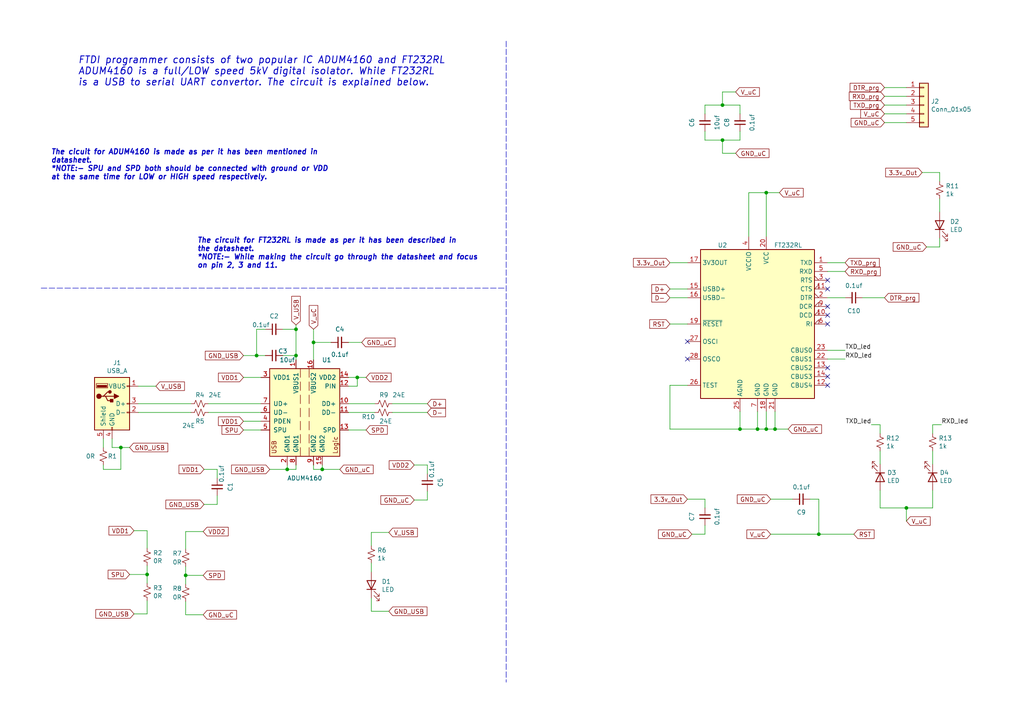
<source format=kicad_sch>
(kicad_sch (version 20211123) (generator eeschema)

  (uuid fd470e95-4861-44fe-b1e4-6d8a7c66e144)

  (paper "A4")

  (lib_symbols
    (symbol "Connector:USB_A" (pin_names (offset 1.016)) (in_bom yes) (on_board yes)
      (property "Reference" "J" (id 0) (at -5.08 11.43 0)
        (effects (font (size 1.27 1.27)) (justify left))
      )
      (property "Value" "USB_A" (id 1) (at -5.08 8.89 0)
        (effects (font (size 1.27 1.27)) (justify left))
      )
      (property "Footprint" "" (id 2) (at 3.81 -1.27 0)
        (effects (font (size 1.27 1.27)) hide)
      )
      (property "Datasheet" " ~" (id 3) (at 3.81 -1.27 0)
        (effects (font (size 1.27 1.27)) hide)
      )
      (property "ki_keywords" "connector USB" (id 4) (at 0 0 0)
        (effects (font (size 1.27 1.27)) hide)
      )
      (property "ki_description" "USB Type A connector" (id 5) (at 0 0 0)
        (effects (font (size 1.27 1.27)) hide)
      )
      (property "ki_fp_filters" "USB*" (id 6) (at 0 0 0)
        (effects (font (size 1.27 1.27)) hide)
      )
      (symbol "USB_A_0_1"
        (rectangle (start -5.08 -7.62) (end 5.08 7.62)
          (stroke (width 0.254) (type default) (color 0 0 0 0))
          (fill (type background))
        )
        (circle (center -3.81 2.159) (radius 0.635)
          (stroke (width 0.254) (type default) (color 0 0 0 0))
          (fill (type outline))
        )
        (rectangle (start -1.524 4.826) (end -4.318 5.334)
          (stroke (width 0) (type default) (color 0 0 0 0))
          (fill (type outline))
        )
        (rectangle (start -1.27 4.572) (end -4.572 5.842)
          (stroke (width 0) (type default) (color 0 0 0 0))
          (fill (type none))
        )
        (circle (center -0.635 3.429) (radius 0.381)
          (stroke (width 0.254) (type default) (color 0 0 0 0))
          (fill (type outline))
        )
        (rectangle (start -0.127 -7.62) (end 0.127 -6.858)
          (stroke (width 0) (type default) (color 0 0 0 0))
          (fill (type none))
        )
        (polyline
          (pts
            (xy -3.175 2.159)
            (xy -2.54 2.159)
            (xy -1.27 3.429)
            (xy -0.635 3.429)
          )
          (stroke (width 0.254) (type default) (color 0 0 0 0))
          (fill (type none))
        )
        (polyline
          (pts
            (xy -2.54 2.159)
            (xy -1.905 2.159)
            (xy -1.27 0.889)
            (xy 0 0.889)
          )
          (stroke (width 0.254) (type default) (color 0 0 0 0))
          (fill (type none))
        )
        (polyline
          (pts
            (xy 0.635 2.794)
            (xy 0.635 1.524)
            (xy 1.905 2.159)
            (xy 0.635 2.794)
          )
          (stroke (width 0.254) (type default) (color 0 0 0 0))
          (fill (type outline))
        )
        (rectangle (start 0.254 1.27) (end -0.508 0.508)
          (stroke (width 0.254) (type default) (color 0 0 0 0))
          (fill (type outline))
        )
        (rectangle (start 5.08 -2.667) (end 4.318 -2.413)
          (stroke (width 0) (type default) (color 0 0 0 0))
          (fill (type none))
        )
        (rectangle (start 5.08 -0.127) (end 4.318 0.127)
          (stroke (width 0) (type default) (color 0 0 0 0))
          (fill (type none))
        )
        (rectangle (start 5.08 4.953) (end 4.318 5.207)
          (stroke (width 0) (type default) (color 0 0 0 0))
          (fill (type none))
        )
      )
      (symbol "USB_A_1_1"
        (polyline
          (pts
            (xy -1.905 2.159)
            (xy 0.635 2.159)
          )
          (stroke (width 0.254) (type default) (color 0 0 0 0))
          (fill (type none))
        )
        (pin power_in line (at 7.62 5.08 180) (length 2.54)
          (name "VBUS" (effects (font (size 1.27 1.27))))
          (number "1" (effects (font (size 1.27 1.27))))
        )
        (pin bidirectional line (at 7.62 -2.54 180) (length 2.54)
          (name "D-" (effects (font (size 1.27 1.27))))
          (number "2" (effects (font (size 1.27 1.27))))
        )
        (pin bidirectional line (at 7.62 0 180) (length 2.54)
          (name "D+" (effects (font (size 1.27 1.27))))
          (number "3" (effects (font (size 1.27 1.27))))
        )
        (pin power_in line (at 0 -10.16 90) (length 2.54)
          (name "GND" (effects (font (size 1.27 1.27))))
          (number "4" (effects (font (size 1.27 1.27))))
        )
        (pin passive line (at -2.54 -10.16 90) (length 2.54)
          (name "Shield" (effects (font (size 1.27 1.27))))
          (number "5" (effects (font (size 1.27 1.27))))
        )
      )
    )
    (symbol "Connector_Generic:Conn_01x05" (pin_names (offset 1.016) hide) (in_bom yes) (on_board yes)
      (property "Reference" "J" (id 0) (at 0 7.62 0)
        (effects (font (size 1.27 1.27)))
      )
      (property "Value" "Conn_01x05" (id 1) (at 0 -7.62 0)
        (effects (font (size 1.27 1.27)))
      )
      (property "Footprint" "" (id 2) (at 0 0 0)
        (effects (font (size 1.27 1.27)) hide)
      )
      (property "Datasheet" "~" (id 3) (at 0 0 0)
        (effects (font (size 1.27 1.27)) hide)
      )
      (property "ki_keywords" "connector" (id 4) (at 0 0 0)
        (effects (font (size 1.27 1.27)) hide)
      )
      (property "ki_description" "Generic connector, single row, 01x05, script generated (kicad-library-utils/schlib/autogen/connector/)" (id 5) (at 0 0 0)
        (effects (font (size 1.27 1.27)) hide)
      )
      (property "ki_fp_filters" "Connector*:*_1x??_*" (id 6) (at 0 0 0)
        (effects (font (size 1.27 1.27)) hide)
      )
      (symbol "Conn_01x05_1_1"
        (rectangle (start -1.27 -4.953) (end 0 -5.207)
          (stroke (width 0.1524) (type default) (color 0 0 0 0))
          (fill (type none))
        )
        (rectangle (start -1.27 -2.413) (end 0 -2.667)
          (stroke (width 0.1524) (type default) (color 0 0 0 0))
          (fill (type none))
        )
        (rectangle (start -1.27 0.127) (end 0 -0.127)
          (stroke (width 0.1524) (type default) (color 0 0 0 0))
          (fill (type none))
        )
        (rectangle (start -1.27 2.667) (end 0 2.413)
          (stroke (width 0.1524) (type default) (color 0 0 0 0))
          (fill (type none))
        )
        (rectangle (start -1.27 5.207) (end 0 4.953)
          (stroke (width 0.1524) (type default) (color 0 0 0 0))
          (fill (type none))
        )
        (rectangle (start -1.27 6.35) (end 1.27 -6.35)
          (stroke (width 0.254) (type default) (color 0 0 0 0))
          (fill (type background))
        )
        (pin passive line (at -5.08 5.08 0) (length 3.81)
          (name "Pin_1" (effects (font (size 1.27 1.27))))
          (number "1" (effects (font (size 1.27 1.27))))
        )
        (pin passive line (at -5.08 2.54 0) (length 3.81)
          (name "Pin_2" (effects (font (size 1.27 1.27))))
          (number "2" (effects (font (size 1.27 1.27))))
        )
        (pin passive line (at -5.08 0 0) (length 3.81)
          (name "Pin_3" (effects (font (size 1.27 1.27))))
          (number "3" (effects (font (size 1.27 1.27))))
        )
        (pin passive line (at -5.08 -2.54 0) (length 3.81)
          (name "Pin_4" (effects (font (size 1.27 1.27))))
          (number "4" (effects (font (size 1.27 1.27))))
        )
        (pin passive line (at -5.08 -5.08 0) (length 3.81)
          (name "Pin_5" (effects (font (size 1.27 1.27))))
          (number "5" (effects (font (size 1.27 1.27))))
        )
      )
    )
    (symbol "Device:C_Small" (pin_numbers hide) (pin_names (offset 0.254) hide) (in_bom yes) (on_board yes)
      (property "Reference" "C" (id 0) (at 0.254 1.778 0)
        (effects (font (size 1.27 1.27)) (justify left))
      )
      (property "Value" "C_Small" (id 1) (at 0.254 -2.032 0)
        (effects (font (size 1.27 1.27)) (justify left))
      )
      (property "Footprint" "" (id 2) (at 0 0 0)
        (effects (font (size 1.27 1.27)) hide)
      )
      (property "Datasheet" "~" (id 3) (at 0 0 0)
        (effects (font (size 1.27 1.27)) hide)
      )
      (property "ki_keywords" "capacitor cap" (id 4) (at 0 0 0)
        (effects (font (size 1.27 1.27)) hide)
      )
      (property "ki_description" "Unpolarized capacitor, small symbol" (id 5) (at 0 0 0)
        (effects (font (size 1.27 1.27)) hide)
      )
      (property "ki_fp_filters" "C_*" (id 6) (at 0 0 0)
        (effects (font (size 1.27 1.27)) hide)
      )
      (symbol "C_Small_0_1"
        (polyline
          (pts
            (xy -1.524 -0.508)
            (xy 1.524 -0.508)
          )
          (stroke (width 0.3302) (type default) (color 0 0 0 0))
          (fill (type none))
        )
        (polyline
          (pts
            (xy -1.524 0.508)
            (xy 1.524 0.508)
          )
          (stroke (width 0.3048) (type default) (color 0 0 0 0))
          (fill (type none))
        )
      )
      (symbol "C_Small_1_1"
        (pin passive line (at 0 2.54 270) (length 2.032)
          (name "~" (effects (font (size 1.27 1.27))))
          (number "1" (effects (font (size 1.27 1.27))))
        )
        (pin passive line (at 0 -2.54 90) (length 2.032)
          (name "~" (effects (font (size 1.27 1.27))))
          (number "2" (effects (font (size 1.27 1.27))))
        )
      )
    )
    (symbol "Device:LED" (pin_numbers hide) (pin_names (offset 1.016) hide) (in_bom yes) (on_board yes)
      (property "Reference" "D" (id 0) (at 0 2.54 0)
        (effects (font (size 1.27 1.27)))
      )
      (property "Value" "LED" (id 1) (at 0 -2.54 0)
        (effects (font (size 1.27 1.27)))
      )
      (property "Footprint" "" (id 2) (at 0 0 0)
        (effects (font (size 1.27 1.27)) hide)
      )
      (property "Datasheet" "~" (id 3) (at 0 0 0)
        (effects (font (size 1.27 1.27)) hide)
      )
      (property "ki_keywords" "LED diode" (id 4) (at 0 0 0)
        (effects (font (size 1.27 1.27)) hide)
      )
      (property "ki_description" "Light emitting diode" (id 5) (at 0 0 0)
        (effects (font (size 1.27 1.27)) hide)
      )
      (property "ki_fp_filters" "LED* LED_SMD:* LED_THT:*" (id 6) (at 0 0 0)
        (effects (font (size 1.27 1.27)) hide)
      )
      (symbol "LED_0_1"
        (polyline
          (pts
            (xy -1.27 -1.27)
            (xy -1.27 1.27)
          )
          (stroke (width 0.254) (type default) (color 0 0 0 0))
          (fill (type none))
        )
        (polyline
          (pts
            (xy -1.27 0)
            (xy 1.27 0)
          )
          (stroke (width 0) (type default) (color 0 0 0 0))
          (fill (type none))
        )
        (polyline
          (pts
            (xy 1.27 -1.27)
            (xy 1.27 1.27)
            (xy -1.27 0)
            (xy 1.27 -1.27)
          )
          (stroke (width 0.254) (type default) (color 0 0 0 0))
          (fill (type none))
        )
        (polyline
          (pts
            (xy -3.048 -0.762)
            (xy -4.572 -2.286)
            (xy -3.81 -2.286)
            (xy -4.572 -2.286)
            (xy -4.572 -1.524)
          )
          (stroke (width 0) (type default) (color 0 0 0 0))
          (fill (type none))
        )
        (polyline
          (pts
            (xy -1.778 -0.762)
            (xy -3.302 -2.286)
            (xy -2.54 -2.286)
            (xy -3.302 -2.286)
            (xy -3.302 -1.524)
          )
          (stroke (width 0) (type default) (color 0 0 0 0))
          (fill (type none))
        )
      )
      (symbol "LED_1_1"
        (pin passive line (at -3.81 0 0) (length 2.54)
          (name "K" (effects (font (size 1.27 1.27))))
          (number "1" (effects (font (size 1.27 1.27))))
        )
        (pin passive line (at 3.81 0 180) (length 2.54)
          (name "A" (effects (font (size 1.27 1.27))))
          (number "2" (effects (font (size 1.27 1.27))))
        )
      )
    )
    (symbol "Device:R_Small_US" (pin_numbers hide) (pin_names (offset 0.254) hide) (in_bom yes) (on_board yes)
      (property "Reference" "R" (id 0) (at 0.762 0.508 0)
        (effects (font (size 1.27 1.27)) (justify left))
      )
      (property "Value" "R_Small_US" (id 1) (at 0.762 -1.016 0)
        (effects (font (size 1.27 1.27)) (justify left))
      )
      (property "Footprint" "" (id 2) (at 0 0 0)
        (effects (font (size 1.27 1.27)) hide)
      )
      (property "Datasheet" "~" (id 3) (at 0 0 0)
        (effects (font (size 1.27 1.27)) hide)
      )
      (property "ki_keywords" "r resistor" (id 4) (at 0 0 0)
        (effects (font (size 1.27 1.27)) hide)
      )
      (property "ki_description" "Resistor, small US symbol" (id 5) (at 0 0 0)
        (effects (font (size 1.27 1.27)) hide)
      )
      (property "ki_fp_filters" "R_*" (id 6) (at 0 0 0)
        (effects (font (size 1.27 1.27)) hide)
      )
      (symbol "R_Small_US_1_1"
        (polyline
          (pts
            (xy 0 0)
            (xy 1.016 -0.381)
            (xy 0 -0.762)
            (xy -1.016 -1.143)
            (xy 0 -1.524)
          )
          (stroke (width 0) (type default) (color 0 0 0 0))
          (fill (type none))
        )
        (polyline
          (pts
            (xy 0 1.524)
            (xy 1.016 1.143)
            (xy 0 0.762)
            (xy -1.016 0.381)
            (xy 0 0)
          )
          (stroke (width 0) (type default) (color 0 0 0 0))
          (fill (type none))
        )
        (pin passive line (at 0 2.54 270) (length 1.016)
          (name "~" (effects (font (size 1.27 1.27))))
          (number "1" (effects (font (size 1.27 1.27))))
        )
        (pin passive line (at 0 -2.54 90) (length 1.016)
          (name "~" (effects (font (size 1.27 1.27))))
          (number "2" (effects (font (size 1.27 1.27))))
        )
      )
    )
    (symbol "Interface_USB:ADUM4160" (pin_names (offset 1.016)) (in_bom yes) (on_board yes)
      (property "Reference" "U" (id 0) (at -10.16 13.97 0)
        (effects (font (size 1.27 1.27)) (justify left))
      )
      (property "Value" "ADUM4160" (id 1) (at 3.81 13.97 0)
        (effects (font (size 1.27 1.27)) (justify left))
      )
      (property "Footprint" "Package_SO:SOIC-16W_7.5x10.3mm_P1.27mm" (id 2) (at 0 -17.78 0)
        (effects (font (size 1.27 1.27)) hide)
      )
      (property "Datasheet" "https://www.analog.com/media/en/technical-documentation/data-sheets/ADuM4160.pdf" (id 3) (at -5.08 0 0)
        (effects (font (size 1.27 1.27)) hide)
      )
      (property "ki_keywords" "usb isolation" (id 4) (at 0 0 0)
        (effects (font (size 1.27 1.27)) hide)
      )
      (property "ki_description" "Full/Low Speed, iCoupler USB Digital Isolator, 5kV protection, SOIC-16" (id 5) (at 0 0 0)
        (effects (font (size 1.27 1.27)) hide)
      )
      (property "ki_fp_filters" "SOIC*7.5x10.3mm*P1.27mm*" (id 6) (at 0 0 0)
        (effects (font (size 1.27 1.27)) hide)
      )
      (symbol "ADUM4160_0_0"
        (text "Logic" (at 8.89 -12.065 900)
          (effects (font (size 1.27 1.27)) (justify left))
        )
      )
      (symbol "ADUM4160_0_1"
        (rectangle (start -10.16 12.7) (end 10.16 -12.7)
          (stroke (width 0.254) (type default) (color 0 0 0 0))
          (fill (type background))
        )
        (polyline
          (pts
            (xy -1.27 -10.16)
            (xy -1.27 -12.7)
          )
          (stroke (width 0) (type default) (color 0 0 0 0))
          (fill (type none))
        )
        (polyline
          (pts
            (xy -1.27 -6.35)
            (xy -1.27 -8.89)
          )
          (stroke (width 0) (type default) (color 0 0 0 0))
          (fill (type none))
        )
        (polyline
          (pts
            (xy -1.27 -2.54)
            (xy -1.27 -5.08)
          )
          (stroke (width 0) (type default) (color 0 0 0 0))
          (fill (type none))
        )
        (polyline
          (pts
            (xy -1.27 1.27)
            (xy -1.27 -1.27)
          )
          (stroke (width 0) (type default) (color 0 0 0 0))
          (fill (type none))
        )
        (polyline
          (pts
            (xy -1.27 5.08)
            (xy -1.27 2.54)
          )
          (stroke (width 0) (type default) (color 0 0 0 0))
          (fill (type none))
        )
        (polyline
          (pts
            (xy -1.27 8.89)
            (xy -1.27 6.35)
          )
          (stroke (width 0) (type default) (color 0 0 0 0))
          (fill (type none))
        )
        (polyline
          (pts
            (xy -1.27 12.7)
            (xy -1.27 10.16)
          )
          (stroke (width 0) (type default) (color 0 0 0 0))
          (fill (type none))
        )
        (polyline
          (pts
            (xy 1.27 -10.16)
            (xy 1.27 -12.7)
          )
          (stroke (width 0) (type default) (color 0 0 0 0))
          (fill (type none))
        )
        (polyline
          (pts
            (xy 1.27 -6.35)
            (xy 1.27 -8.89)
          )
          (stroke (width 0) (type default) (color 0 0 0 0))
          (fill (type none))
        )
        (polyline
          (pts
            (xy 1.27 -2.54)
            (xy 1.27 -5.08)
          )
          (stroke (width 0) (type default) (color 0 0 0 0))
          (fill (type none))
        )
        (polyline
          (pts
            (xy 1.27 1.27)
            (xy 1.27 -1.27)
          )
          (stroke (width 0) (type default) (color 0 0 0 0))
          (fill (type none))
        )
        (polyline
          (pts
            (xy 1.27 5.08)
            (xy 1.27 2.54)
          )
          (stroke (width 0) (type default) (color 0 0 0 0))
          (fill (type none))
        )
        (polyline
          (pts
            (xy 1.27 8.89)
            (xy 1.27 6.35)
          )
          (stroke (width 0) (type default) (color 0 0 0 0))
          (fill (type none))
        )
        (polyline
          (pts
            (xy 1.27 12.7)
            (xy 1.27 10.16)
          )
          (stroke (width 0) (type default) (color 0 0 0 0))
          (fill (type none))
        )
      )
      (symbol "ADUM4160_1_0"
        (text "USB" (at -8.89 -12.065 900)
          (effects (font (size 1.27 1.27)) (justify left))
        )
      )
      (symbol "ADUM4160_1_1"
        (pin power_in line (at -2.54 15.24 270) (length 2.54)
          (name "VBUS1" (effects (font (size 1.27 1.27))))
          (number "1" (effects (font (size 1.27 1.27))))
        )
        (pin bidirectional line (at 12.7 2.54 180) (length 2.54)
          (name "DD+" (effects (font (size 1.27 1.27))))
          (number "10" (effects (font (size 1.27 1.27))))
        )
        (pin bidirectional line (at 12.7 0 180) (length 2.54)
          (name "DD-" (effects (font (size 1.27 1.27))))
          (number "11" (effects (font (size 1.27 1.27))))
        )
        (pin input line (at 12.7 7.62 180) (length 2.54)
          (name "PIN" (effects (font (size 1.27 1.27))))
          (number "12" (effects (font (size 1.27 1.27))))
        )
        (pin input line (at 12.7 -5.08 180) (length 2.54)
          (name "SPD" (effects (font (size 1.27 1.27))))
          (number "13" (effects (font (size 1.27 1.27))))
        )
        (pin power_in line (at 12.7 10.16 180) (length 2.54)
          (name "VDD2" (effects (font (size 1.27 1.27))))
          (number "14" (effects (font (size 1.27 1.27))))
        )
        (pin power_in line (at 5.08 -15.24 90) (length 2.54)
          (name "GND2" (effects (font (size 1.27 1.27))))
          (number "15" (effects (font (size 1.27 1.27))))
        )
        (pin power_in line (at 2.54 15.24 270) (length 2.54)
          (name "VBUS2" (effects (font (size 1.27 1.27))))
          (number "16" (effects (font (size 1.27 1.27))))
        )
        (pin power_in line (at -5.08 -15.24 90) (length 2.54)
          (name "GND1" (effects (font (size 1.27 1.27))))
          (number "2" (effects (font (size 1.27 1.27))))
        )
        (pin power_in line (at -12.7 10.16 0) (length 2.54)
          (name "VDD1" (effects (font (size 1.27 1.27))))
          (number "3" (effects (font (size 1.27 1.27))))
        )
        (pin input line (at -12.7 -2.54 0) (length 2.54)
          (name "PDEN" (effects (font (size 1.27 1.27))))
          (number "4" (effects (font (size 1.27 1.27))))
        )
        (pin input line (at -12.7 -5.08 0) (length 2.54)
          (name "SPU" (effects (font (size 1.27 1.27))))
          (number "5" (effects (font (size 1.27 1.27))))
        )
        (pin bidirectional line (at -12.7 0 0) (length 2.54)
          (name "UD-" (effects (font (size 1.27 1.27))))
          (number "6" (effects (font (size 1.27 1.27))))
        )
        (pin bidirectional line (at -12.7 2.54 0) (length 2.54)
          (name "UD+" (effects (font (size 1.27 1.27))))
          (number "7" (effects (font (size 1.27 1.27))))
        )
        (pin power_in line (at -2.54 -15.24 90) (length 2.54)
          (name "GND1" (effects (font (size 1.27 1.27))))
          (number "8" (effects (font (size 1.27 1.27))))
        )
        (pin power_in line (at 2.54 -15.24 90) (length 2.54)
          (name "GND2" (effects (font (size 1.27 1.27))))
          (number "9" (effects (font (size 1.27 1.27))))
        )
      )
    )
    (symbol "Interface_USB:FT232RL" (in_bom yes) (on_board yes)
      (property "Reference" "U" (id 0) (at -16.51 22.86 0)
        (effects (font (size 1.27 1.27)) (justify left))
      )
      (property "Value" "FT232RL" (id 1) (at 10.16 22.86 0)
        (effects (font (size 1.27 1.27)) (justify left))
      )
      (property "Footprint" "Package_SO:SSOP-28_5.3x10.2mm_P0.65mm" (id 2) (at 27.94 -22.86 0)
        (effects (font (size 1.27 1.27)) hide)
      )
      (property "Datasheet" "https://www.ftdichip.com/Support/Documents/DataSheets/ICs/DS_FT232R.pdf" (id 3) (at 0 0 0)
        (effects (font (size 1.27 1.27)) hide)
      )
      (property "ki_keywords" "FTDI USB Serial" (id 4) (at 0 0 0)
        (effects (font (size 1.27 1.27)) hide)
      )
      (property "ki_description" "USB to Serial Interface, SSOP-28" (id 5) (at 0 0 0)
        (effects (font (size 1.27 1.27)) hide)
      )
      (property "ki_fp_filters" "SSOP*5.3x10.2mm*P0.65mm*" (id 6) (at 0 0 0)
        (effects (font (size 1.27 1.27)) hide)
      )
      (symbol "FT232RL_0_1"
        (rectangle (start -16.51 21.59) (end 16.51 -21.59)
          (stroke (width 0.254) (type default) (color 0 0 0 0))
          (fill (type background))
        )
      )
      (symbol "FT232RL_1_1"
        (pin output line (at 20.32 17.78 180) (length 3.81)
          (name "TXD" (effects (font (size 1.27 1.27))))
          (number "1" (effects (font (size 1.27 1.27))))
        )
        (pin input input_low (at 20.32 2.54 180) (length 3.81)
          (name "DCD" (effects (font (size 1.27 1.27))))
          (number "10" (effects (font (size 1.27 1.27))))
        )
        (pin input input_low (at 20.32 10.16 180) (length 3.81)
          (name "CTS" (effects (font (size 1.27 1.27))))
          (number "11" (effects (font (size 1.27 1.27))))
        )
        (pin bidirectional line (at 20.32 -17.78 180) (length 3.81)
          (name "CBUS4" (effects (font (size 1.27 1.27))))
          (number "12" (effects (font (size 1.27 1.27))))
        )
        (pin bidirectional line (at 20.32 -12.7 180) (length 3.81)
          (name "CBUS2" (effects (font (size 1.27 1.27))))
          (number "13" (effects (font (size 1.27 1.27))))
        )
        (pin bidirectional line (at 20.32 -15.24 180) (length 3.81)
          (name "CBUS3" (effects (font (size 1.27 1.27))))
          (number "14" (effects (font (size 1.27 1.27))))
        )
        (pin bidirectional line (at -20.32 10.16 0) (length 3.81)
          (name "USBD+" (effects (font (size 1.27 1.27))))
          (number "15" (effects (font (size 1.27 1.27))))
        )
        (pin bidirectional line (at -20.32 7.62 0) (length 3.81)
          (name "USBD-" (effects (font (size 1.27 1.27))))
          (number "16" (effects (font (size 1.27 1.27))))
        )
        (pin power_out line (at -20.32 17.78 0) (length 3.81)
          (name "3V3OUT" (effects (font (size 1.27 1.27))))
          (number "17" (effects (font (size 1.27 1.27))))
        )
        (pin power_in line (at 2.54 -25.4 90) (length 3.81)
          (name "GND" (effects (font (size 1.27 1.27))))
          (number "18" (effects (font (size 1.27 1.27))))
        )
        (pin input line (at -20.32 0 0) (length 3.81)
          (name "~{RESET}" (effects (font (size 1.27 1.27))))
          (number "19" (effects (font (size 1.27 1.27))))
        )
        (pin output output_low (at 20.32 7.62 180) (length 3.81)
          (name "DTR" (effects (font (size 1.27 1.27))))
          (number "2" (effects (font (size 1.27 1.27))))
        )
        (pin power_in line (at 2.54 25.4 270) (length 3.81)
          (name "VCC" (effects (font (size 1.27 1.27))))
          (number "20" (effects (font (size 1.27 1.27))))
        )
        (pin power_in line (at 5.08 -25.4 90) (length 3.81)
          (name "GND" (effects (font (size 1.27 1.27))))
          (number "21" (effects (font (size 1.27 1.27))))
        )
        (pin bidirectional line (at 20.32 -10.16 180) (length 3.81)
          (name "CBUS1" (effects (font (size 1.27 1.27))))
          (number "22" (effects (font (size 1.27 1.27))))
        )
        (pin bidirectional line (at 20.32 -7.62 180) (length 3.81)
          (name "CBUS0" (effects (font (size 1.27 1.27))))
          (number "23" (effects (font (size 1.27 1.27))))
        )
        (pin power_in line (at -5.08 -25.4 90) (length 3.81)
          (name "AGND" (effects (font (size 1.27 1.27))))
          (number "25" (effects (font (size 1.27 1.27))))
        )
        (pin input line (at -20.32 -17.78 0) (length 3.81)
          (name "TEST" (effects (font (size 1.27 1.27))))
          (number "26" (effects (font (size 1.27 1.27))))
        )
        (pin input line (at -20.32 -5.08 0) (length 3.81)
          (name "OSCI" (effects (font (size 1.27 1.27))))
          (number "27" (effects (font (size 1.27 1.27))))
        )
        (pin output line (at -20.32 -10.16 0) (length 3.81)
          (name "OSCO" (effects (font (size 1.27 1.27))))
          (number "28" (effects (font (size 1.27 1.27))))
        )
        (pin output output_low (at 20.32 12.7 180) (length 3.81)
          (name "RTS" (effects (font (size 1.27 1.27))))
          (number "3" (effects (font (size 1.27 1.27))))
        )
        (pin power_in line (at -2.54 25.4 270) (length 3.81)
          (name "VCCIO" (effects (font (size 1.27 1.27))))
          (number "4" (effects (font (size 1.27 1.27))))
        )
        (pin input line (at 20.32 15.24 180) (length 3.81)
          (name "RXD" (effects (font (size 1.27 1.27))))
          (number "5" (effects (font (size 1.27 1.27))))
        )
        (pin input input_low (at 20.32 0 180) (length 3.81)
          (name "RI" (effects (font (size 1.27 1.27))))
          (number "6" (effects (font (size 1.27 1.27))))
        )
        (pin power_in line (at 0 -25.4 90) (length 3.81)
          (name "GND" (effects (font (size 1.27 1.27))))
          (number "7" (effects (font (size 1.27 1.27))))
        )
        (pin input input_low (at 20.32 5.08 180) (length 3.81)
          (name "DCR" (effects (font (size 1.27 1.27))))
          (number "9" (effects (font (size 1.27 1.27))))
        )
      )
    )
  )

  (junction (at 209.55 30.48) (diameter 0) (color 0 0 0 0)
    (uuid 15fe8f3d-6077-4e0e-81d0-8ec3f4538981)
  )
  (junction (at 42.672 166.624) (diameter 0) (color 0 0 0 0)
    (uuid 1c68b844-c861-46b7-b734-0242168a4220)
  )
  (junction (at 214.63 124.46) (diameter 0) (color 0 0 0 0)
    (uuid 240e07e1-770b-4b27-894f-29fd601c924d)
  )
  (junction (at 224.79 124.46) (diameter 0) (color 0 0 0 0)
    (uuid 2f215f15-3d52-4c91-93e6-3ea03a95622f)
  )
  (junction (at 90.932 99.314) (diameter 0) (color 0 0 0 0)
    (uuid 3fd54105-4b7e-4004-9801-76ec66108a22)
  )
  (junction (at 222.25 124.46) (diameter 0) (color 0 0 0 0)
    (uuid 63ff1c93-3f96-4c33-b498-5dd8c33bccc0)
  )
  (junction (at 93.472 136.144) (diameter 0) (color 0 0 0 0)
    (uuid 65134029-dbd2-409a-85a8-13c2a33ff019)
  )
  (junction (at 222.25 55.88) (diameter 0) (color 0 0 0 0)
    (uuid 66043bca-a260-4915-9fce-8a51d324c687)
  )
  (junction (at 85.852 103.124) (diameter 0) (color 0 0 0 0)
    (uuid 6a2b20ae-096c-4d9f-92f8-2087c865914f)
  )
  (junction (at 262.89 147.32) (diameter 0) (color 0 0 0 0)
    (uuid 8a650ebf-3f78-4ca4-a26b-a5028693e36d)
  )
  (junction (at 74.422 103.124) (diameter 0) (color 0 0 0 0)
    (uuid 8bc2c25a-a1f1-4ce8-b96a-a4f8f4c35079)
  )
  (junction (at 103.632 109.474) (diameter 0) (color 0 0 0 0)
    (uuid 998b7fa5-31a5-472e-9572-49d5226d6098)
  )
  (junction (at 219.71 124.46) (diameter 0) (color 0 0 0 0)
    (uuid 9b0a1687-7e1b-4a04-a30b-c27a072a2949)
  )
  (junction (at 237.49 154.94) (diameter 0) (color 0 0 0 0)
    (uuid b447dbb1-d38e-4a15-93cb-12c25382ea53)
  )
  (junction (at 35.052 129.794) (diameter 0) (color 0 0 0 0)
    (uuid bd9595a1-04f3-4fda-8f1b-e65ad874edd3)
  )
  (junction (at 83.312 136.144) (diameter 0) (color 0 0 0 0)
    (uuid c09938fd-06b9-4771-9f63-2311626243b3)
  )
  (junction (at 85.852 95.504) (diameter 0) (color 0 0 0 0)
    (uuid c24d6ac8-802d-4df3-a210-9cb1f693e865)
  )
  (junction (at 53.848 166.878) (diameter 0) (color 0 0 0 0)
    (uuid c7af8405-da2e-4a34-b9b8-518f342f8995)
  )
  (junction (at 209.55 40.64) (diameter 0) (color 0 0 0 0)
    (uuid e1535036-5d36-405f-bb86-3819621c4f23)
  )

  (no_connect (at 240.03 91.44) (uuid 2d210a96-f81f-42a9-8bf4-1b43c11086f3))
  (no_connect (at 240.03 81.28) (uuid 4c8eb964-bdf4-44de-90e9-e2ab82dd5313))
  (no_connect (at 240.03 109.22) (uuid 666713b0-70f4-42df-8761-f65bc212d03b))
  (no_connect (at 240.03 106.68) (uuid 6c2e273e-743c-4f1e-a647-4171f8122550))
  (no_connect (at 199.39 104.14) (uuid 7aed3a71-054b-4aaa-9c0a-030523c32827))
  (no_connect (at 240.03 111.76) (uuid 7dc880bc-e7eb-4cce-8d8c-0b65a9dd788e))
  (no_connect (at 199.39 99.06) (uuid 9157f4ae-0244-4ff1-9f73-3cb4cbb5f280))
  (no_connect (at 240.03 88.9) (uuid 9bb20359-0f8b-45bc-9d38-6626ed3a939d))
  (no_connect (at 240.03 83.82) (uuid aa14c3bd-4acc-4908-9d28-228585a22a9d))
  (no_connect (at 240.03 93.98) (uuid e857610b-4434-4144-b04e-43c1ebdc5ceb))

  (wire (pts (xy 214.63 124.46) (xy 219.71 124.46))
    (stroke (width 0) (type default) (color 0 0 0 0))
    (uuid 003c2200-0632-4808-a662-8ddd5d30c768)
  )
  (wire (pts (xy 59.182 136.144) (xy 62.992 136.144))
    (stroke (width 0) (type default) (color 0 0 0 0))
    (uuid 00e38d63-5436-49db-81f5-697421f168fc)
  )
  (wire (pts (xy 255.27 147.32) (xy 262.89 147.32))
    (stroke (width 0) (type default) (color 0 0 0 0))
    (uuid 01e9b6e7-adf9-4ee7-9447-a588630ee4a2)
  )
  (wire (pts (xy 53.848 164.338) (xy 53.848 166.878))
    (stroke (width 0) (type default) (color 0 0 0 0))
    (uuid 026ac84e-b8b2-4dd2-b675-8323c24fd778)
  )
  (wire (pts (xy 245.11 101.6) (xy 240.03 101.6))
    (stroke (width 0) (type default) (color 0 0 0 0))
    (uuid 03caada9-9e22-4e2d-9035-b15433dfbb17)
  )
  (wire (pts (xy 113.792 117.094) (xy 123.952 117.094))
    (stroke (width 0) (type default) (color 0 0 0 0))
    (uuid 065b9982-55f2-4822-977e-07e8a06e7b35)
  )
  (wire (pts (xy 74.422 103.124) (xy 76.962 103.124))
    (stroke (width 0) (type default) (color 0 0 0 0))
    (uuid 071522c0-d0ed-49b9-906e-6295f67fb0dc)
  )
  (wire (pts (xy 107.696 154.432) (xy 112.776 154.432))
    (stroke (width 0) (type default) (color 0 0 0 0))
    (uuid 088f77ba-fca9-42b3-876e-a6937267f957)
  )
  (wire (pts (xy 194.31 124.46) (xy 214.63 124.46))
    (stroke (width 0) (type default) (color 0 0 0 0))
    (uuid 08a7c925-7fae-4530-b0c9-120e185cb318)
  )
  (wire (pts (xy 38.862 178.054) (xy 42.672 178.054))
    (stroke (width 0) (type default) (color 0 0 0 0))
    (uuid 0ae82096-0994-4fb0-9a2a-d4ac4804abac)
  )
  (wire (pts (xy 58.928 178.308) (xy 53.848 178.308))
    (stroke (width 0) (type default) (color 0 0 0 0))
    (uuid 0bcafe80-ffba-4f1e-ae51-95a595b006db)
  )
  (wire (pts (xy 103.632 112.014) (xy 103.632 109.474))
    (stroke (width 0) (type default) (color 0 0 0 0))
    (uuid 0f31f11f-c374-4640-b9a4-07bbdba8d354)
  )
  (wire (pts (xy 37.592 166.624) (xy 42.672 166.624))
    (stroke (width 0) (type default) (color 0 0 0 0))
    (uuid 0f324b67-75ef-407f-8dbc-3c1fc5c2abba)
  )
  (wire (pts (xy 194.31 83.82) (xy 199.39 83.82))
    (stroke (width 0) (type default) (color 0 0 0 0))
    (uuid 0f54db53-a272-4955-88fb-d7ab00657bb0)
  )
  (wire (pts (xy 256.54 86.36) (xy 250.19 86.36))
    (stroke (width 0) (type default) (color 0 0 0 0))
    (uuid 0ff508fd-18da-4ab7-9844-3c8a28c2587e)
  )
  (wire (pts (xy 255.27 130.81) (xy 255.27 134.62))
    (stroke (width 0) (type default) (color 0 0 0 0))
    (uuid 16bd6381-8ac0-4bf2-9dce-ecc20c724b8d)
  )
  (wire (pts (xy 101.092 112.014) (xy 103.632 112.014))
    (stroke (width 0) (type default) (color 0 0 0 0))
    (uuid 18b7e157-ae67-48ad-bd7c-9fef6fe45b22)
  )
  (wire (pts (xy 240.03 86.36) (xy 245.11 86.36))
    (stroke (width 0) (type default) (color 0 0 0 0))
    (uuid 1f3003e6-dce5-420f-906b-3f1e92b67249)
  )
  (wire (pts (xy 85.852 134.874) (xy 85.852 136.144))
    (stroke (width 0) (type default) (color 0 0 0 0))
    (uuid 22999e73-da32-43a5-9163-4b3a41614f25)
  )
  (wire (pts (xy 40.132 119.634) (xy 55.372 119.634))
    (stroke (width 0) (type default) (color 0 0 0 0))
    (uuid 262f1ea9-0133-4b43-be36-456207ea857c)
  )
  (wire (pts (xy 234.95 144.78) (xy 237.49 144.78))
    (stroke (width 0) (type default) (color 0 0 0 0))
    (uuid 275aa44a-b61f-489f-9e2a-819a0fe0d1eb)
  )
  (wire (pts (xy 90.932 95.504) (xy 90.932 99.314))
    (stroke (width 0) (type default) (color 0 0 0 0))
    (uuid 27d56953-c620-4d5b-9c1c-e48bc3d9684a)
  )
  (wire (pts (xy 90.932 99.314) (xy 90.932 104.394))
    (stroke (width 0) (type default) (color 0 0 0 0))
    (uuid 29e058a7-50a3-43e5-81c3-bfee53da08be)
  )
  (wire (pts (xy 272.542 69.088) (xy 272.542 71.628))
    (stroke (width 0) (type default) (color 0 0 0 0))
    (uuid 2dc272bd-3aa2-45b5-889d-1d3c8aac80f8)
  )
  (wire (pts (xy 35.052 129.794) (xy 37.592 129.794))
    (stroke (width 0) (type default) (color 0 0 0 0))
    (uuid 309b3bff-19c8-41ec-a84d-63399c649f46)
  )
  (wire (pts (xy 70.612 124.714) (xy 75.692 124.714))
    (stroke (width 0) (type default) (color 0 0 0 0))
    (uuid 31540a7e-dc9e-4e4d-96b1-dab15efa5f4b)
  )
  (wire (pts (xy 217.17 55.88) (xy 222.25 55.88))
    (stroke (width 0) (type default) (color 0 0 0 0))
    (uuid 31e08896-1992-4725-96d9-9d2728bca7a3)
  )
  (wire (pts (xy 204.47 40.64) (xy 209.55 40.64))
    (stroke (width 0) (type default) (color 0 0 0 0))
    (uuid 35a9f71f-ba35-47f6-814e-4106ac36c51e)
  )
  (polyline (pts (xy 146.812 59.944) (xy 146.812 197.866))
    (stroke (width 0) (type default) (color 0 0 0 0))
    (uuid 37af8dca-8967-4900-83fc-4692720e4de7)
  )

  (wire (pts (xy 58.928 154.178) (xy 53.848 154.178))
    (stroke (width 0) (type default) (color 0 0 0 0))
    (uuid 37b6c6d6-3e12-4736-912a-ea6e2bf06721)
  )
  (wire (pts (xy 59.182 146.304) (xy 62.992 146.304))
    (stroke (width 0) (type default) (color 0 0 0 0))
    (uuid 38a501e2-0ee8-439d-bd02-e9e90e7503e9)
  )
  (wire (pts (xy 90.932 134.874) (xy 90.932 136.144))
    (stroke (width 0) (type default) (color 0 0 0 0))
    (uuid 3a52f112-cb97-43db-aaeb-20afe27664d7)
  )
  (wire (pts (xy 240.03 78.74) (xy 245.11 78.74))
    (stroke (width 0) (type default) (color 0 0 0 0))
    (uuid 3a7648d8-121a-4921-9b92-9b35b76ce39b)
  )
  (wire (pts (xy 256.54 35.56) (xy 262.89 35.56))
    (stroke (width 0) (type default) (color 0 0 0 0))
    (uuid 40976bf0-19de-460f-ad64-224d4f51e16b)
  )
  (wire (pts (xy 78.232 136.144) (xy 83.312 136.144))
    (stroke (width 0) (type default) (color 0 0 0 0))
    (uuid 40b14a16-fb82-4b9d-89dd-55cd98abb5cc)
  )
  (wire (pts (xy 42.672 166.624) (xy 42.672 169.164))
    (stroke (width 0) (type default) (color 0 0 0 0))
    (uuid 4b03e854-02fe-44cc-bece-f8268b7cae54)
  )
  (wire (pts (xy 85.852 103.124) (xy 85.852 104.394))
    (stroke (width 0) (type default) (color 0 0 0 0))
    (uuid 4e315e69-0417-463a-8b7f-469a08d1496e)
  )
  (wire (pts (xy 255.27 142.24) (xy 255.27 147.32))
    (stroke (width 0) (type default) (color 0 0 0 0))
    (uuid 4f66b314-0f62-4fb6-8c3c-f9c6a75cd3ec)
  )
  (wire (pts (xy 199.39 111.76) (xy 194.31 111.76))
    (stroke (width 0) (type default) (color 0 0 0 0))
    (uuid 5528bcad-2950-4673-90eb-c37e6952c475)
  )
  (wire (pts (xy 204.47 38.1) (xy 204.47 40.64))
    (stroke (width 0) (type default) (color 0 0 0 0))
    (uuid 5b34a16c-5a14-4291-8242-ea6d6ac54372)
  )
  (wire (pts (xy 223.52 154.94) (xy 237.49 154.94))
    (stroke (width 0) (type default) (color 0 0 0 0))
    (uuid 5ca4be1c-537e-4a4a-b344-d0c8ffde8546)
  )
  (wire (pts (xy 32.512 127.254) (xy 32.512 129.794))
    (stroke (width 0) (type default) (color 0 0 0 0))
    (uuid 5cf2db29-f7ab-499a-9907-cdeba64bf0f3)
  )
  (wire (pts (xy 101.092 109.474) (xy 103.632 109.474))
    (stroke (width 0) (type default) (color 0 0 0 0))
    (uuid 5fc9acb6-6dbb-4598-825b-4b9e7c4c67c4)
  )
  (wire (pts (xy 224.79 119.38) (xy 224.79 124.46))
    (stroke (width 0) (type default) (color 0 0 0 0))
    (uuid 61fe293f-6808-4b7f-9340-9aaac7054a97)
  )
  (wire (pts (xy 217.17 68.58) (xy 217.17 55.88))
    (stroke (width 0) (type default) (color 0 0 0 0))
    (uuid 6441b183-b8f2-458f-a23d-60e2b1f66dd6)
  )
  (wire (pts (xy 83.312 136.144) (xy 83.312 134.874))
    (stroke (width 0) (type default) (color 0 0 0 0))
    (uuid 658dad07-97fd-466c-8b49-21892ac96ea4)
  )
  (wire (pts (xy 204.47 30.48) (xy 209.55 30.48))
    (stroke (width 0) (type default) (color 0 0 0 0))
    (uuid 6781326c-6e0d-4753-8f28-0f5c687e01f9)
  )
  (polyline (pts (xy 146.812 11.938) (xy 146.812 59.944))
    (stroke (width 0) (type default) (color 0 0 0 0))
    (uuid 687dd02d-ef19-44b9-947a-fa831ffdbf08)
  )

  (wire (pts (xy 272.542 71.628) (xy 268.732 71.628))
    (stroke (width 0) (type default) (color 0 0 0 0))
    (uuid 6c2d26bc-6eca-436c-8025-79f817bf57d6)
  )
  (wire (pts (xy 237.49 144.78) (xy 237.49 154.94))
    (stroke (width 0) (type default) (color 0 0 0 0))
    (uuid 6c67e4f6-9d04-4539-b356-b76e915ce848)
  )
  (wire (pts (xy 270.51 125.73) (xy 270.51 123.19))
    (stroke (width 0) (type default) (color 0 0 0 0))
    (uuid 6d26d68f-1ca7-4ff3-b058-272f1c399047)
  )
  (wire (pts (xy 107.696 177.292) (xy 112.776 177.292))
    (stroke (width 0) (type default) (color 0 0 0 0))
    (uuid 6e435cd4-da2b-4602-a0aa-5dd988834dff)
  )
  (wire (pts (xy 85.852 136.144) (xy 83.312 136.144))
    (stroke (width 0) (type default) (color 0 0 0 0))
    (uuid 6e68f0cd-800e-4167-9553-71fc59da1eeb)
  )
  (wire (pts (xy 96.012 99.314) (xy 90.932 99.314))
    (stroke (width 0) (type default) (color 0 0 0 0))
    (uuid 6fd4442e-30b3-428b-9306-61418a63d311)
  )
  (wire (pts (xy 62.992 136.144) (xy 62.992 138.684))
    (stroke (width 0) (type default) (color 0 0 0 0))
    (uuid 70e4263f-d95a-4431-b3f3-cfc800c82056)
  )
  (wire (pts (xy 107.696 154.432) (xy 107.696 158.242))
    (stroke (width 0) (type default) (color 0 0 0 0))
    (uuid 71989e06-8659-4605-b2da-4f729cc41263)
  )
  (wire (pts (xy 262.89 147.32) (xy 270.51 147.32))
    (stroke (width 0) (type default) (color 0 0 0 0))
    (uuid 730b670c-9bcf-4dcd-9a8d-fcaa61fb0955)
  )
  (wire (pts (xy 262.89 147.32) (xy 262.89 151.13))
    (stroke (width 0) (type default) (color 0 0 0 0))
    (uuid 7d928d56-093a-4ca8-aed1-414b7e703b45)
  )
  (wire (pts (xy 194.31 111.76) (xy 194.31 124.46))
    (stroke (width 0) (type default) (color 0 0 0 0))
    (uuid 7edc9030-db7b-43ac-a1b3-b87eeacb4c2d)
  )
  (wire (pts (xy 93.472 136.144) (xy 93.472 134.874))
    (stroke (width 0) (type default) (color 0 0 0 0))
    (uuid 8087f566-a94d-4bbc-985b-e49ee7762296)
  )
  (wire (pts (xy 209.55 30.48) (xy 214.63 30.48))
    (stroke (width 0) (type default) (color 0 0 0 0))
    (uuid 814763c2-92e5-4a2c-941c-9bbd073f6e87)
  )
  (wire (pts (xy 42.672 164.084) (xy 42.672 166.624))
    (stroke (width 0) (type default) (color 0 0 0 0))
    (uuid 8195a7cf-4576-44dd-9e0e-ee048fdb93dd)
  )
  (wire (pts (xy 209.55 44.45) (xy 213.36 44.45))
    (stroke (width 0) (type default) (color 0 0 0 0))
    (uuid 82be7aae-5d06-4178-8c3e-98760c41b054)
  )
  (wire (pts (xy 222.25 55.88) (xy 226.06 55.88))
    (stroke (width 0) (type default) (color 0 0 0 0))
    (uuid 852dabbf-de45-4470-8176-59d37a754407)
  )
  (wire (pts (xy 85.852 95.504) (xy 85.852 103.124))
    (stroke (width 0) (type default) (color 0 0 0 0))
    (uuid 88668202-3f0b-4d07-84d4-dcd790f57272)
  )
  (wire (pts (xy 40.132 117.094) (xy 55.372 117.094))
    (stroke (width 0) (type default) (color 0 0 0 0))
    (uuid 89e83c2e-e90a-4a50-b278-880bac0cfb49)
  )
  (wire (pts (xy 101.092 99.314) (xy 104.902 99.314))
    (stroke (width 0) (type default) (color 0 0 0 0))
    (uuid 8d0c1d66-35ef-4a53-a28f-436a11b54f42)
  )
  (wire (pts (xy 199.39 144.78) (xy 204.47 144.78))
    (stroke (width 0) (type default) (color 0 0 0 0))
    (uuid 8d9a3ecc-539f-41da-8099-d37cea9c28e7)
  )
  (wire (pts (xy 224.79 124.46) (xy 228.6 124.46))
    (stroke (width 0) (type default) (color 0 0 0 0))
    (uuid 8da933a9-35f8-42e6-8504-d1bab7264306)
  )
  (polyline (pts (xy 11.938 83.566) (xy 146.812 83.566))
    (stroke (width 0) (type default) (color 0 0 0 0))
    (uuid 962169bc-f97f-4810-b1b8-525b05207769)
  )

  (wire (pts (xy 113.792 119.634) (xy 123.952 119.634))
    (stroke (width 0) (type default) (color 0 0 0 0))
    (uuid 970e0f64-111f-41e3-9f5a-fb0d0f6fa101)
  )
  (wire (pts (xy 93.472 136.144) (xy 98.552 136.144))
    (stroke (width 0) (type default) (color 0 0 0 0))
    (uuid 98c78427-acd5-4f90-9ad6-9f61c4809aec)
  )
  (wire (pts (xy 107.696 163.322) (xy 107.696 165.862))
    (stroke (width 0) (type default) (color 0 0 0 0))
    (uuid 9a0b74a5-4879-4b51-8e8e-6d85a0107422)
  )
  (wire (pts (xy 213.36 26.67) (xy 209.55 26.67))
    (stroke (width 0) (type default) (color 0 0 0 0))
    (uuid 9b3c58a7-a9b9-4498-abc0-f9f43e4f0292)
  )
  (wire (pts (xy 123.952 145.034) (xy 123.952 142.494))
    (stroke (width 0) (type default) (color 0 0 0 0))
    (uuid 9bac9ad3-a7b9-47f0-87c7-d8630653df68)
  )
  (wire (pts (xy 70.612 103.124) (xy 74.422 103.124))
    (stroke (width 0) (type default) (color 0 0 0 0))
    (uuid 9cbf35b8-f4d3-42a3-bb16-04ffd03fd8fd)
  )
  (wire (pts (xy 222.25 119.38) (xy 222.25 124.46))
    (stroke (width 0) (type default) (color 0 0 0 0))
    (uuid 9e1b837f-0d34-4a18-9644-9ee68f141f46)
  )
  (wire (pts (xy 255.27 123.19) (xy 255.27 125.73))
    (stroke (width 0) (type default) (color 0 0 0 0))
    (uuid 9f8381e9-3077-4453-a480-a01ad9c1a940)
  )
  (wire (pts (xy 267.462 50.038) (xy 272.542 50.038))
    (stroke (width 0) (type default) (color 0 0 0 0))
    (uuid a17904b9-135e-4dae-ae20-401c7787de72)
  )
  (wire (pts (xy 245.11 104.14) (xy 240.03 104.14))
    (stroke (width 0) (type default) (color 0 0 0 0))
    (uuid a27eb049-c992-4f11-a026-1e6a8d9d0160)
  )
  (wire (pts (xy 270.51 130.81) (xy 270.51 134.62))
    (stroke (width 0) (type default) (color 0 0 0 0))
    (uuid a5cd8da1-8f7f-4f80-bb23-0317de562222)
  )
  (wire (pts (xy 60.452 117.094) (xy 75.692 117.094))
    (stroke (width 0) (type default) (color 0 0 0 0))
    (uuid a5e521b9-814e-4853-a5ac-f158785c6269)
  )
  (wire (pts (xy 101.092 117.094) (xy 108.712 117.094))
    (stroke (width 0) (type default) (color 0 0 0 0))
    (uuid a6ccc556-da88-4006-ae1a-cc35733efef3)
  )
  (wire (pts (xy 53.848 154.178) (xy 53.848 159.258))
    (stroke (width 0) (type default) (color 0 0 0 0))
    (uuid a7531a95-7ca1-4f34-955e-18120cec99e6)
  )
  (wire (pts (xy 204.47 152.4) (xy 204.47 154.94))
    (stroke (width 0) (type default) (color 0 0 0 0))
    (uuid aa2ea573-3f20-43c1-aa99-1f9c6031a9aa)
  )
  (wire (pts (xy 53.848 166.878) (xy 53.848 169.418))
    (stroke (width 0) (type default) (color 0 0 0 0))
    (uuid aa79024d-ca7e-4c24-b127-7df08bbd0c75)
  )
  (wire (pts (xy 123.952 134.874) (xy 123.952 137.414))
    (stroke (width 0) (type default) (color 0 0 0 0))
    (uuid af347946-e3da-4427-87ab-77b747929f50)
  )
  (wire (pts (xy 85.852 94.234) (xy 85.852 95.504))
    (stroke (width 0) (type default) (color 0 0 0 0))
    (uuid b1ddb058-f7b2-429c-9489-f4e2242ad7e5)
  )
  (wire (pts (xy 222.25 55.88) (xy 222.25 68.58))
    (stroke (width 0) (type default) (color 0 0 0 0))
    (uuid b5352a33-563a-4ffe-a231-2e68fb54afa3)
  )
  (wire (pts (xy 120.142 134.874) (xy 123.952 134.874))
    (stroke (width 0) (type default) (color 0 0 0 0))
    (uuid b6cd701f-4223-4e72-a305-466869ccb250)
  )
  (wire (pts (xy 222.25 124.46) (xy 224.79 124.46))
    (stroke (width 0) (type default) (color 0 0 0 0))
    (uuid b88717bd-086f-46cd-9d3f-0396009d0996)
  )
  (wire (pts (xy 252.73 123.19) (xy 255.27 123.19))
    (stroke (width 0) (type default) (color 0 0 0 0))
    (uuid b96fe6ac-3535-4455-ab88-ed77f5e46d6e)
  )
  (wire (pts (xy 42.672 153.924) (xy 42.672 159.004))
    (stroke (width 0) (type default) (color 0 0 0 0))
    (uuid b9bb0e73-161a-4d06-b6eb-a9f66d8a95f5)
  )
  (wire (pts (xy 194.31 86.36) (xy 199.39 86.36))
    (stroke (width 0) (type default) (color 0 0 0 0))
    (uuid bdc7face-9f7c-4701-80bb-4cc144448db1)
  )
  (wire (pts (xy 35.052 136.144) (xy 35.052 129.794))
    (stroke (width 0) (type default) (color 0 0 0 0))
    (uuid be645d0f-8568-47a0-a152-e3ddd33563eb)
  )
  (wire (pts (xy 194.31 76.2) (xy 199.39 76.2))
    (stroke (width 0) (type default) (color 0 0 0 0))
    (uuid bfc0aadc-38cf-466e-a642-68fdc3138c78)
  )
  (wire (pts (xy 219.71 124.46) (xy 222.25 124.46))
    (stroke (width 0) (type default) (color 0 0 0 0))
    (uuid c01d25cd-f4bb-4ef3-b5ea-533a2a4ddb2b)
  )
  (wire (pts (xy 38.862 153.924) (xy 42.672 153.924))
    (stroke (width 0) (type default) (color 0 0 0 0))
    (uuid c04386e0-b49e-4fff-b380-675af13a62cb)
  )
  (wire (pts (xy 194.31 93.98) (xy 199.39 93.98))
    (stroke (width 0) (type default) (color 0 0 0 0))
    (uuid c0515cd2-cdaa-467e-8354-0f6eadfa35c9)
  )
  (wire (pts (xy 214.63 40.64) (xy 214.63 38.1))
    (stroke (width 0) (type default) (color 0 0 0 0))
    (uuid c094494a-f6f7-43fc-a007-4951484ddf3a)
  )
  (wire (pts (xy 62.992 146.304) (xy 62.992 143.764))
    (stroke (width 0) (type default) (color 0 0 0 0))
    (uuid c0c2eb8e-f6d1-4506-8e6b-4f995ad74c1f)
  )
  (wire (pts (xy 245.11 76.2) (xy 240.03 76.2))
    (stroke (width 0) (type default) (color 0 0 0 0))
    (uuid c0eca5ed-bc5e-4618-9bcd-80945bea41ed)
  )
  (wire (pts (xy 82.042 95.504) (xy 85.852 95.504))
    (stroke (width 0) (type default) (color 0 0 0 0))
    (uuid c106154f-d948-43e5-abfa-e1b96055d91b)
  )
  (wire (pts (xy 60.452 119.634) (xy 75.692 119.634))
    (stroke (width 0) (type default) (color 0 0 0 0))
    (uuid c1c799a0-3c93-493a-9ad7-8a0561bc69ee)
  )
  (wire (pts (xy 58.928 166.878) (xy 53.848 166.878))
    (stroke (width 0) (type default) (color 0 0 0 0))
    (uuid c49d23ab-146d-4089-864f-2d22b5b414b9)
  )
  (wire (pts (xy 214.63 30.48) (xy 214.63 33.02))
    (stroke (width 0) (type default) (color 0 0 0 0))
    (uuid c701ee8e-1214-4781-a973-17bef7b6e3eb)
  )
  (wire (pts (xy 223.52 144.78) (xy 229.87 144.78))
    (stroke (width 0) (type default) (color 0 0 0 0))
    (uuid c7e7067c-5f5e-48d8-ab59-df26f9b35863)
  )
  (wire (pts (xy 204.47 33.02) (xy 204.47 30.48))
    (stroke (width 0) (type default) (color 0 0 0 0))
    (uuid c8029a4c-945d-42ca-871a-dd73ff50a1a3)
  )
  (wire (pts (xy 256.54 30.48) (xy 262.89 30.48))
    (stroke (width 0) (type default) (color 0 0 0 0))
    (uuid c830e3bc-dc64-4f65-8f47-3b106bae2807)
  )
  (wire (pts (xy 29.972 134.874) (xy 29.972 136.144))
    (stroke (width 0) (type default) (color 0 0 0 0))
    (uuid c9667181-b3c7-4b01-b8b4-baa29a9aea63)
  )
  (wire (pts (xy 270.51 147.32) (xy 270.51 142.24))
    (stroke (width 0) (type default) (color 0 0 0 0))
    (uuid ca87f11b-5f48-4b57-8535-68d3ec2fe5a9)
  )
  (wire (pts (xy 272.542 57.658) (xy 272.542 61.468))
    (stroke (width 0) (type default) (color 0 0 0 0))
    (uuid cb24efdd-07c6-4317-9277-131625b065ac)
  )
  (wire (pts (xy 237.49 154.94) (xy 247.65 154.94))
    (stroke (width 0) (type default) (color 0 0 0 0))
    (uuid cfa5c16e-7859-460d-a0b8-cea7d7ea629c)
  )
  (wire (pts (xy 82.042 103.124) (xy 85.852 103.124))
    (stroke (width 0) (type default) (color 0 0 0 0))
    (uuid d39d813e-3e64-490c-ba5c-a64bb5ad6bd0)
  )
  (wire (pts (xy 270.51 123.19) (xy 273.05 123.19))
    (stroke (width 0) (type default) (color 0 0 0 0))
    (uuid d3d7e298-1d39-4294-a3ab-c84cc0dc5e5a)
  )
  (wire (pts (xy 256.54 33.02) (xy 262.89 33.02))
    (stroke (width 0) (type default) (color 0 0 0 0))
    (uuid d5641ac9-9be7-46bf-90b3-6c83d852b5ba)
  )
  (wire (pts (xy 29.972 127.254) (xy 29.972 129.794))
    (stroke (width 0) (type default) (color 0 0 0 0))
    (uuid d5b800ca-1ab6-4b66-b5f7-2dda5658b504)
  )
  (wire (pts (xy 256.54 27.94) (xy 262.89 27.94))
    (stroke (width 0) (type default) (color 0 0 0 0))
    (uuid d7269d2a-b8c0-422d-8f25-f79ea31bf75e)
  )
  (wire (pts (xy 209.55 40.64) (xy 214.63 40.64))
    (stroke (width 0) (type default) (color 0 0 0 0))
    (uuid d9c6d5d2-0b49-49ba-a970-cd2c32f74c54)
  )
  (wire (pts (xy 101.092 119.634) (xy 108.712 119.634))
    (stroke (width 0) (type default) (color 0 0 0 0))
    (uuid dc2801a1-d539-4721-b31f-fe196b9f13df)
  )
  (wire (pts (xy 256.54 25.4) (xy 262.89 25.4))
    (stroke (width 0) (type default) (color 0 0 0 0))
    (uuid df68c26a-03b5-4466-aecf-ba34b7dce6b7)
  )
  (wire (pts (xy 42.672 178.054) (xy 42.672 174.244))
    (stroke (width 0) (type default) (color 0 0 0 0))
    (uuid e0f06b5c-de63-4833-a591-ca9e19217a35)
  )
  (wire (pts (xy 209.55 26.67) (xy 209.55 30.48))
    (stroke (width 0) (type default) (color 0 0 0 0))
    (uuid e40e8cef-4fb0-4fc3-be09-3875b2cc8469)
  )
  (wire (pts (xy 204.47 144.78) (xy 204.47 147.32))
    (stroke (width 0) (type default) (color 0 0 0 0))
    (uuid e472dac4-5b65-4920-b8b2-6065d140a69d)
  )
  (wire (pts (xy 70.612 109.474) (xy 75.692 109.474))
    (stroke (width 0) (type default) (color 0 0 0 0))
    (uuid e4aa537c-eb9d-4dbb-ac87-fae46af42391)
  )
  (wire (pts (xy 103.632 109.474) (xy 106.172 109.474))
    (stroke (width 0) (type default) (color 0 0 0 0))
    (uuid e4d2f565-25a0-48c6-be59-f4bf31ad2558)
  )
  (wire (pts (xy 209.55 40.64) (xy 209.55 44.45))
    (stroke (width 0) (type default) (color 0 0 0 0))
    (uuid e65b62be-e01b-4688-a999-1d1be370c4ae)
  )
  (wire (pts (xy 70.612 122.174) (xy 75.692 122.174))
    (stroke (width 0) (type default) (color 0 0 0 0))
    (uuid e67b9f8c-019b-4145-98a4-96545f6bb128)
  )
  (wire (pts (xy 120.142 145.034) (xy 123.952 145.034))
    (stroke (width 0) (type default) (color 0 0 0 0))
    (uuid e7e08b48-3d04-49da-8349-6de530a20c67)
  )
  (wire (pts (xy 107.696 173.482) (xy 107.696 177.292))
    (stroke (width 0) (type default) (color 0 0 0 0))
    (uuid eae14f5f-515c-4a6f-ad0e-e8ef233d14bf)
  )
  (wire (pts (xy 29.972 136.144) (xy 35.052 136.144))
    (stroke (width 0) (type default) (color 0 0 0 0))
    (uuid ebd06df3-d52b-4cff-99a2-a771df6d3733)
  )
  (wire (pts (xy 45.212 112.014) (xy 40.132 112.014))
    (stroke (width 0) (type default) (color 0 0 0 0))
    (uuid ec5c2062-3a41-4636-8803-069e60a1641a)
  )
  (wire (pts (xy 219.71 119.38) (xy 219.71 124.46))
    (stroke (width 0) (type default) (color 0 0 0 0))
    (uuid ee27d19c-8dca-4ac8-a760-6dfd54d28071)
  )
  (wire (pts (xy 74.422 95.504) (xy 76.962 95.504))
    (stroke (width 0) (type default) (color 0 0 0 0))
    (uuid eee16674-2d21-45b6-ab5e-d669125df26c)
  )
  (wire (pts (xy 272.542 50.038) (xy 272.542 52.578))
    (stroke (width 0) (type default) (color 0 0 0 0))
    (uuid f202141e-c20d-4cac-b016-06a44f2ecce8)
  )
  (wire (pts (xy 214.63 119.38) (xy 214.63 124.46))
    (stroke (width 0) (type default) (color 0 0 0 0))
    (uuid f2c93195-af12-4d3e-acdf-bdd0ff675c24)
  )
  (wire (pts (xy 204.47 154.94) (xy 200.66 154.94))
    (stroke (width 0) (type default) (color 0 0 0 0))
    (uuid f40d350f-0d3e-4f8a-b004-d950f2f8f1ba)
  )
  (wire (pts (xy 74.422 95.504) (xy 74.422 103.124))
    (stroke (width 0) (type default) (color 0 0 0 0))
    (uuid f449bd37-cc90-4487-aee6-2a20b8d2843a)
  )
  (wire (pts (xy 90.932 136.144) (xy 93.472 136.144))
    (stroke (width 0) (type default) (color 0 0 0 0))
    (uuid f4eb0267-179f-46c9-b516-9bfb06bac1ba)
  )
  (wire (pts (xy 106.172 124.714) (xy 101.092 124.714))
    (stroke (width 0) (type default) (color 0 0 0 0))
    (uuid f6c644f4-3036-41a6-9e14-2c08c079c6cd)
  )
  (wire (pts (xy 53.848 178.308) (xy 53.848 174.498))
    (stroke (width 0) (type default) (color 0 0 0 0))
    (uuid f8fc38ec-0b98-40bc-ae2f-e5cc29973bca)
  )
  (wire (pts (xy 32.512 129.794) (xy 35.052 129.794))
    (stroke (width 0) (type default) (color 0 0 0 0))
    (uuid feb26ecb-9193-46ea-a41b-d09305bf0a3e)
  )

  (text "FTDI programmer consists of two popular IC ADUM4160 and FT232RL\nADUM4160 is a full/LOW speed 5kV digital isolator. While FT232RL\nis a USB to serial UART convertor. The circuit is explained below."
    (at 22.606 25.146 0)
    (effects (font (size 2 2) (thickness 0.254) bold italic) (justify left bottom))
    (uuid 32f0b88a-ffc9-43b2-b48d-a30a30aaedb1)
  )
  (text "The cicuit for ADUM4160 is made as per it has been mentioned in\ndatasheet. \n*NOTE:- SPU and SPD both should be connected with ground or VDD\nat the same time for LOW or HIGH speed respectively."
    (at 14.732 52.324 0)
    (effects (font (size 1.5 1.5) (thickness 0.3) bold italic) (justify left bottom))
    (uuid 366cea3e-9961-452f-8663-274e58ca3edb)
  )
  (text "The circuit for FT232RL is made as per it has been described in \nthe datasheet.\n*NOTE:- While making the circuit go through the datasheet and focus\non pin 2, 3 and 11.\n"
    (at 57.15 77.978 0)
    (effects (font (size 1.5 1.5) bold italic) (justify left bottom))
    (uuid b7580702-2d38-490f-b976-3d81c0d34afb)
  )

  (label "RXD_led" (at 245.11 104.14 0)
    (effects (font (size 1.27 1.27)) (justify left bottom))
    (uuid 378af8b4-af3d-46e7-89ae-deff12ca9067)
  )
  (label "TXD_led" (at 252.73 123.19 180)
    (effects (font (size 1.27 1.27)) (justify right bottom))
    (uuid 68877d35-b796-44db-9124-b8e744e7412e)
  )
  (label "TXD_led" (at 245.11 101.6 0)
    (effects (font (size 1.27 1.27)) (justify left bottom))
    (uuid 8ca3e20d-bcc7-4c5e-9deb-562dfed9fecb)
  )
  (label "RXD_led" (at 273.05 123.19 0)
    (effects (font (size 1.27 1.27)) (justify left bottom))
    (uuid 911bdcbe-493f-4e21-a506-7cbc636e2c17)
  )

  (global_label "D-" (shape input) (at 123.952 119.634 0) (fields_autoplaced)
    (effects (font (size 1.27 1.27)) (justify left))
    (uuid 009a4fb4-fcc0-4623-ae5d-c1bae3219583)
    (property "Intersheet References" "${INTERSHEET_REFS}" (id 0) (at -34.798 25.654 0)
      (effects (font (size 1.27 1.27)) hide)
    )
  )
  (global_label "GND_uC" (shape input) (at 200.66 154.94 180) (fields_autoplaced)
    (effects (font (size 1.27 1.27)) (justify right))
    (uuid 0351df45-d042-41d4-ba35-88092c7be2fc)
    (property "Intersheet References" "${INTERSHEET_REFS}" (id 0) (at 0 0 0)
      (effects (font (size 1.27 1.27)) hide)
    )
  )
  (global_label "V_uC" (shape input) (at 213.36 26.67 0) (fields_autoplaced)
    (effects (font (size 1.27 1.27)) (justify left))
    (uuid 097edb1b-8998-4e70-b670-bba125982348)
    (property "Intersheet References" "${INTERSHEET_REFS}" (id 0) (at 0 0 0)
      (effects (font (size 1.27 1.27)) hide)
    )
  )
  (global_label "GND_uC" (shape input) (at 268.732 71.628 180) (fields_autoplaced)
    (effects (font (size 1.27 1.27)) (justify right))
    (uuid 182b2d54-931d-49d6-9f39-60a752623e36)
    (property "Intersheet References" "${INTERSHEET_REFS}" (id 0) (at 92.202 -84.582 0)
      (effects (font (size 1.27 1.27)) hide)
    )
  )
  (global_label "SPU" (shape input) (at 70.612 124.714 180) (fields_autoplaced)
    (effects (font (size 1.27 1.27)) (justify right))
    (uuid 19b0959e-a79b-43b2-a5ad-525ced7e9131)
    (property "Intersheet References" "${INTERSHEET_REFS}" (id 0) (at -34.798 25.654 0)
      (effects (font (size 1.27 1.27)) hide)
    )
  )
  (global_label "GND_uC" (shape input) (at 223.52 144.78 180) (fields_autoplaced)
    (effects (font (size 1.27 1.27)) (justify right))
    (uuid 19c56563-5fe3-442a-885b-418dbc2421eb)
    (property "Intersheet References" "${INTERSHEET_REFS}" (id 0) (at 0 0 0)
      (effects (font (size 1.27 1.27)) hide)
    )
  )
  (global_label "RST" (shape input) (at 194.31 93.98 180) (fields_autoplaced)
    (effects (font (size 1.27 1.27)) (justify right))
    (uuid 1a1ab354-5f85-45f9-938c-9f6c4c8c3ea2)
    (property "Intersheet References" "${INTERSHEET_REFS}" (id 0) (at 0 0 0)
      (effects (font (size 1.27 1.27)) hide)
    )
  )
  (global_label "D-" (shape input) (at 194.31 86.36 180) (fields_autoplaced)
    (effects (font (size 1.27 1.27)) (justify right))
    (uuid 1bf544e3-5940-4576-9291-2464e95c0ee2)
    (property "Intersheet References" "${INTERSHEET_REFS}" (id 0) (at 0 0 0)
      (effects (font (size 1.27 1.27)) hide)
    )
  )
  (global_label "DTR_prg" (shape input) (at 256.54 25.4 180) (fields_autoplaced)
    (effects (font (size 1.27 1.27)) (justify right))
    (uuid 25d545dc-8f50-4573-922c-35ef5a2a3a19)
    (property "Intersheet References" "${INTERSHEET_REFS}" (id 0) (at 0 0 0)
      (effects (font (size 1.27 1.27)) hide)
    )
  )
  (global_label "V_USB" (shape input) (at 112.776 154.432 0) (fields_autoplaced)
    (effects (font (size 1.27 1.27)) (justify left))
    (uuid 26801cfb-b53b-4a6a-a2f4-5f4986565765)
    (property "Intersheet References" "${INTERSHEET_REFS}" (id 0) (at -0.254 28.702 0)
      (effects (font (size 1.27 1.27)) hide)
    )
  )
  (global_label "GND_USB" (shape input) (at 70.612 103.124 180) (fields_autoplaced)
    (effects (font (size 1.27 1.27)) (justify right))
    (uuid 2846428d-39de-4eae-8ce2-64955d56c493)
    (property "Intersheet References" "${INTERSHEET_REFS}" (id 0) (at -34.798 25.654 0)
      (effects (font (size 1.27 1.27)) hide)
    )
  )
  (global_label "VDD2" (shape input) (at 120.142 134.874 180) (fields_autoplaced)
    (effects (font (size 1.27 1.27)) (justify right))
    (uuid 2891767f-251c-48c4-91c0-deb1b368f45c)
    (property "Intersheet References" "${INTERSHEET_REFS}" (id 0) (at -34.798 25.654 0)
      (effects (font (size 1.27 1.27)) hide)
    )
  )
  (global_label "V_USB" (shape input) (at 85.852 94.234 90) (fields_autoplaced)
    (effects (font (size 1.27 1.27)) (justify left))
    (uuid 2d697cf0-e02e-4ed1-a048-a704dab0ee43)
    (property "Intersheet References" "${INTERSHEET_REFS}" (id 0) (at -34.798 25.654 0)
      (effects (font (size 1.27 1.27)) hide)
    )
  )
  (global_label "V_uC" (shape input) (at 226.06 55.88 0) (fields_autoplaced)
    (effects (font (size 1.27 1.27)) (justify left))
    (uuid 2d6db888-4e40-41c8-b701-07170fc894bc)
    (property "Intersheet References" "${INTERSHEET_REFS}" (id 0) (at 0 0 0)
      (effects (font (size 1.27 1.27)) hide)
    )
  )
  (global_label "VDD2" (shape input) (at 58.928 154.178 0) (fields_autoplaced)
    (effects (font (size 1.27 1.27)) (justify left))
    (uuid 34d03349-6d78-4165-a683-2d8b76f2bae8)
    (property "Intersheet References" "${INTERSHEET_REFS}" (id 0) (at -84.582 25.908 0)
      (effects (font (size 1.27 1.27)) hide)
    )
  )
  (global_label "3.3v_Out" (shape input) (at 199.39 144.78 180) (fields_autoplaced)
    (effects (font (size 1.27 1.27)) (justify right))
    (uuid 37e8181c-a81e-498b-b2e2-0aef0c391059)
    (property "Intersheet References" "${INTERSHEET_REFS}" (id 0) (at 0 0 0)
      (effects (font (size 1.27 1.27)) hide)
    )
  )
  (global_label "D+" (shape input) (at 123.952 117.094 0) (fields_autoplaced)
    (effects (font (size 1.27 1.27)) (justify left))
    (uuid 37f31dec-63fc-4634-a141-5dc5d2b60fe4)
    (property "Intersheet References" "${INTERSHEET_REFS}" (id 0) (at -34.798 25.654 0)
      (effects (font (size 1.27 1.27)) hide)
    )
  )
  (global_label "GND_USB" (shape input) (at 37.592 129.794 0) (fields_autoplaced)
    (effects (font (size 1.27 1.27)) (justify left))
    (uuid 382ca670-6ae8-4de6-90f9-f241d1337171)
    (property "Intersheet References" "${INTERSHEET_REFS}" (id 0) (at -34.798 25.654 0)
      (effects (font (size 1.27 1.27)) hide)
    )
  )
  (global_label "GND_USB" (shape input) (at 38.862 178.054 180) (fields_autoplaced)
    (effects (font (size 1.27 1.27)) (justify right))
    (uuid 4107d40a-e5df-4255-aacc-13f9928e090c)
    (property "Intersheet References" "${INTERSHEET_REFS}" (id 0) (at -34.798 25.654 0)
      (effects (font (size 1.27 1.27)) hide)
    )
  )
  (global_label "DTR_prg" (shape input) (at 256.54 86.36 0) (fields_autoplaced)
    (effects (font (size 1.27 1.27)) (justify left))
    (uuid 45008225-f50f-4d6b-b508-6730a9408caf)
    (property "Intersheet References" "${INTERSHEET_REFS}" (id 0) (at 0 0 0)
      (effects (font (size 1.27 1.27)) hide)
    )
  )
  (global_label "GND_uC" (shape input) (at 228.6 124.46 0) (fields_autoplaced)
    (effects (font (size 1.27 1.27)) (justify left))
    (uuid 4a4ec8d9-3d72-4952-83d4-808f65849a2b)
    (property "Intersheet References" "${INTERSHEET_REFS}" (id 0) (at 0 0 0)
      (effects (font (size 1.27 1.27)) hide)
    )
  )
  (global_label "GND_uC" (shape input) (at 213.36 44.45 0) (fields_autoplaced)
    (effects (font (size 1.27 1.27)) (justify left))
    (uuid 67763d19-f622-4e1e-81e5-5b24da7c3f99)
    (property "Intersheet References" "${INTERSHEET_REFS}" (id 0) (at 0 0 0)
      (effects (font (size 1.27 1.27)) hide)
    )
  )
  (global_label "RXD_prg" (shape input) (at 245.11 78.74 0) (fields_autoplaced)
    (effects (font (size 1.27 1.27)) (justify left))
    (uuid 6bfe5804-2ef9-4c65-b2a7-f01e4014370a)
    (property "Intersheet References" "${INTERSHEET_REFS}" (id 0) (at 0 0 0)
      (effects (font (size 1.27 1.27)) hide)
    )
  )
  (global_label "VDD1" (shape input) (at 59.182 136.144 180) (fields_autoplaced)
    (effects (font (size 1.27 1.27)) (justify right))
    (uuid 6f675e5f-8fe6-4148-baf1-da97afc770f8)
    (property "Intersheet References" "${INTERSHEET_REFS}" (id 0) (at -34.798 25.654 0)
      (effects (font (size 1.27 1.27)) hide)
    )
  )
  (global_label "GND_USB" (shape input) (at 112.776 177.292 0) (fields_autoplaced)
    (effects (font (size 1.27 1.27)) (justify left))
    (uuid 6f80f798-dc24-438f-a1eb-4ee2936267c8)
    (property "Intersheet References" "${INTERSHEET_REFS}" (id 0) (at -0.254 28.702 0)
      (effects (font (size 1.27 1.27)) hide)
    )
  )
  (global_label "GND_uC" (shape input) (at 120.142 145.034 180) (fields_autoplaced)
    (effects (font (size 1.27 1.27)) (justify right))
    (uuid 71f92193-19b0-44ed-bc7f-77535083d769)
    (property "Intersheet References" "${INTERSHEET_REFS}" (id 0) (at -34.798 25.654 0)
      (effects (font (size 1.27 1.27)) hide)
    )
  )
  (global_label "V_USB" (shape input) (at 45.212 112.014 0) (fields_autoplaced)
    (effects (font (size 1.27 1.27)) (justify left))
    (uuid 721d1be9-236e-470b-ba69-f1cc6c43faf9)
    (property "Intersheet References" "${INTERSHEET_REFS}" (id 0) (at -34.798 25.654 0)
      (effects (font (size 1.27 1.27)) hide)
    )
  )
  (global_label "V_uC" (shape input) (at 256.54 33.02 180) (fields_autoplaced)
    (effects (font (size 1.27 1.27)) (justify right))
    (uuid 7e023245-2c2b-4e2b-bfb9-5d35176e88f2)
    (property "Intersheet References" "${INTERSHEET_REFS}" (id 0) (at 0 0 0)
      (effects (font (size 1.27 1.27)) hide)
    )
  )
  (global_label "GND_uC" (shape input) (at 98.552 136.144 0) (fields_autoplaced)
    (effects (font (size 1.27 1.27)) (justify left))
    (uuid 7f2301df-e4bc-479e-a681-cc59c9a2dbbb)
    (property "Intersheet References" "${INTERSHEET_REFS}" (id 0) (at -34.798 25.654 0)
      (effects (font (size 1.27 1.27)) hide)
    )
  )
  (global_label "V_uC" (shape input) (at 90.932 95.504 90) (fields_autoplaced)
    (effects (font (size 1.27 1.27)) (justify left))
    (uuid 7f52d787-caa3-4a92-b1b2-19d554dc29a4)
    (property "Intersheet References" "${INTERSHEET_REFS}" (id 0) (at -34.798 25.654 0)
      (effects (font (size 1.27 1.27)) hide)
    )
  )
  (global_label "3.3v_Out" (shape input) (at 194.31 76.2 180) (fields_autoplaced)
    (effects (font (size 1.27 1.27)) (justify right))
    (uuid 80094b70-85ab-4ff6-934b-60d5ee65023a)
    (property "Intersheet References" "${INTERSHEET_REFS}" (id 0) (at 0 0 0)
      (effects (font (size 1.27 1.27)) hide)
    )
  )
  (global_label "GND_USB" (shape input) (at 78.232 136.144 180) (fields_autoplaced)
    (effects (font (size 1.27 1.27)) (justify right))
    (uuid 81a15393-727e-448b-a777-b18773023d89)
    (property "Intersheet References" "${INTERSHEET_REFS}" (id 0) (at -34.798 25.654 0)
      (effects (font (size 1.27 1.27)) hide)
    )
  )
  (global_label "RST" (shape input) (at 247.65 154.94 0) (fields_autoplaced)
    (effects (font (size 1.27 1.27)) (justify left))
    (uuid 853ee787-6e2c-4f32-bc75-6c17337dd3d5)
    (property "Intersheet References" "${INTERSHEET_REFS}" (id 0) (at 0 0 0)
      (effects (font (size 1.27 1.27)) hide)
    )
  )
  (global_label "GND_uC" (shape input) (at 58.928 178.308 0) (fields_autoplaced)
    (effects (font (size 1.27 1.27)) (justify left))
    (uuid 86dc7a78-7d51-4111-9eea-8a8f7977eb16)
    (property "Intersheet References" "${INTERSHEET_REFS}" (id 0) (at -84.582 25.908 0)
      (effects (font (size 1.27 1.27)) hide)
    )
  )
  (global_label "SPD" (shape input) (at 106.172 124.714 0) (fields_autoplaced)
    (effects (font (size 1.27 1.27)) (justify left))
    (uuid 8c1605f9-6c91-4701-96bf-e753661d5e23)
    (property "Intersheet References" "${INTERSHEET_REFS}" (id 0) (at -34.798 25.654 0)
      (effects (font (size 1.27 1.27)) hide)
    )
  )
  (global_label "GND_USB" (shape input) (at 59.182 146.304 180) (fields_autoplaced)
    (effects (font (size 1.27 1.27)) (justify right))
    (uuid 917920ab-0c6e-4927-974d-ef342cdd4f63)
    (property "Intersheet References" "${INTERSHEET_REFS}" (id 0) (at -34.798 25.654 0)
      (effects (font (size 1.27 1.27)) hide)
    )
  )
  (global_label "D+" (shape input) (at 194.31 83.82 180) (fields_autoplaced)
    (effects (font (size 1.27 1.27)) (justify right))
    (uuid 97fe9c60-586f-4895-8504-4d3729f5f81a)
    (property "Intersheet References" "${INTERSHEET_REFS}" (id 0) (at 0 0 0)
      (effects (font (size 1.27 1.27)) hide)
    )
  )
  (global_label "V_uC" (shape input) (at 223.52 154.94 180) (fields_autoplaced)
    (effects (font (size 1.27 1.27)) (justify right))
    (uuid 9cb12cc8-7f1a-4a01-9256-c119f11a8a02)
    (property "Intersheet References" "${INTERSHEET_REFS}" (id 0) (at 0 0 0)
      (effects (font (size 1.27 1.27)) hide)
    )
  )
  (global_label "V_uC" (shape input) (at 262.89 151.13 0) (fields_autoplaced)
    (effects (font (size 1.27 1.27)) (justify left))
    (uuid abe07c9a-17c3-43b5-b7a6-ae867ac27ea7)
    (property "Intersheet References" "${INTERSHEET_REFS}" (id 0) (at 0 0 0)
      (effects (font (size 1.27 1.27)) hide)
    )
  )
  (global_label "RXD_prg" (shape input) (at 256.54 27.94 180) (fields_autoplaced)
    (effects (font (size 1.27 1.27)) (justify right))
    (uuid aca4de92-9c41-4c2b-9afa-540d02dafa1c)
    (property "Intersheet References" "${INTERSHEET_REFS}" (id 0) (at 0 0 0)
      (effects (font (size 1.27 1.27)) hide)
    )
  )
  (global_label "VDD1" (shape input) (at 70.612 109.474 180) (fields_autoplaced)
    (effects (font (size 1.27 1.27)) (justify right))
    (uuid b6135480-ace6-42b2-9c47-856ef57cded1)
    (property "Intersheet References" "${INTERSHEET_REFS}" (id 0) (at -34.798 25.654 0)
      (effects (font (size 1.27 1.27)) hide)
    )
  )
  (global_label "VDD1" (shape input) (at 38.862 153.924 180) (fields_autoplaced)
    (effects (font (size 1.27 1.27)) (justify right))
    (uuid b873bc5d-a9af-4bd9-afcb-87ce4d417120)
    (property "Intersheet References" "${INTERSHEET_REFS}" (id 0) (at -34.798 25.654 0)
      (effects (font (size 1.27 1.27)) hide)
    )
  )
  (global_label "TXD_prg" (shape input) (at 256.54 30.48 180) (fields_autoplaced)
    (effects (font (size 1.27 1.27)) (justify right))
    (uuid babeabf2-f3b0-4ed5-8d9e-0215947e6cf3)
    (property "Intersheet References" "${INTERSHEET_REFS}" (id 0) (at 0 0 0)
      (effects (font (size 1.27 1.27)) hide)
    )
  )
  (global_label "TXD_prg" (shape input) (at 245.11 76.2 0) (fields_autoplaced)
    (effects (font (size 1.27 1.27)) (justify left))
    (uuid bd5408e4-362d-4e43-9d39-78fb99eb52c8)
    (property "Intersheet References" "${INTERSHEET_REFS}" (id 0) (at 0 0 0)
      (effects (font (size 1.27 1.27)) hide)
    )
  )
  (global_label "GND_uC" (shape input) (at 256.54 35.56 180) (fields_autoplaced)
    (effects (font (size 1.27 1.27)) (justify right))
    (uuid c25a772d-af9c-4ebc-96f6-0966738c13a8)
    (property "Intersheet References" "${INTERSHEET_REFS}" (id 0) (at 0 0 0)
      (effects (font (size 1.27 1.27)) hide)
    )
  )
  (global_label "GND_uC" (shape input) (at 104.902 99.314 0) (fields_autoplaced)
    (effects (font (size 1.27 1.27)) (justify left))
    (uuid d6fb27cf-362d-4568-967c-a5bf49d5931b)
    (property "Intersheet References" "${INTERSHEET_REFS}" (id 0) (at -34.798 25.654 0)
      (effects (font (size 1.27 1.27)) hide)
    )
  )
  (global_label "SPD" (shape input) (at 58.928 166.878 0) (fields_autoplaced)
    (effects (font (size 1.27 1.27)) (justify left))
    (uuid da25bf79-0abb-4fac-a221-ca5c574dfc29)
    (property "Intersheet References" "${INTERSHEET_REFS}" (id 0) (at -84.582 25.908 0)
      (effects (font (size 1.27 1.27)) hide)
    )
  )
  (global_label "VDD1" (shape input) (at 70.612 122.174 180) (fields_autoplaced)
    (effects (font (size 1.27 1.27)) (justify right))
    (uuid e502d1d5-04b0-4d4b-b5c3-8c52d09668e7)
    (property "Intersheet References" "${INTERSHEET_REFS}" (id 0) (at -34.798 25.654 0)
      (effects (font (size 1.27 1.27)) hide)
    )
  )
  (global_label "3.3v_Out" (shape input) (at 267.462 50.038 180) (fields_autoplaced)
    (effects (font (size 1.27 1.27)) (justify right))
    (uuid e6b860cc-cb76-4220-acfb-68f1eb348bfa)
    (property "Intersheet References" "${INTERSHEET_REFS}" (id 0) (at 92.202 -84.582 0)
      (effects (font (size 1.27 1.27)) hide)
    )
  )
  (global_label "SPU" (shape input) (at 37.592 166.624 180) (fields_autoplaced)
    (effects (font (size 1.27 1.27)) (justify right))
    (uuid e7bb7815-0d52-4bb8-b29a-8cf960bd2905)
    (property "Intersheet References" "${INTERSHEET_REFS}" (id 0) (at -34.798 25.654 0)
      (effects (font (size 1.27 1.27)) hide)
    )
  )
  (global_label "VDD2" (shape input) (at 106.172 109.474 0) (fields_autoplaced)
    (effects (font (size 1.27 1.27)) (justify left))
    (uuid f9403623-c00c-4b71-bc5c-d763ff009386)
    (property "Intersheet References" "${INTERSHEET_REFS}" (id 0) (at -34.798 25.654 0)
      (effects (font (size 1.27 1.27)) hide)
    )
  )

  (symbol (lib_id "Interface_USB:FT232RL") (at 219.71 93.98 0) (unit 1)
    (in_bom yes) (on_board yes)
    (uuid 00000000-0000-0000-0000-00006184bc01)
    (property "Reference" "U2" (id 0) (at 209.55 71.12 0))
    (property "Value" "FT232RL" (id 1) (at 228.6 71.12 0))
    (property "Footprint" "Package_SO:SSOP-28_5.3x10.2mm_P0.65mm" (id 2) (at 247.65 116.84 0)
      (effects (font (size 1.27 1.27)) hide)
    )
    (property "Datasheet" "https://www.ftdichip.com/Support/Documents/DataSheets/ICs/DS_FT232R.pdf" (id 3) (at 219.71 93.98 0)
      (effects (font (size 1.27 1.27)) hide)
    )
    (pin "1" (uuid 8243e184-3e02-4f78-9a69-f2aadadb3000))
    (pin "10" (uuid 9d38ff80-e3d1-41fa-a1a3-003c0e1f73aa))
    (pin "11" (uuid 01acf145-78ee-42fb-8720-2144c81d8d82))
    (pin "12" (uuid fb9bfccf-e4da-4c1e-b139-9891ab7e4248))
    (pin "13" (uuid 24f3504f-a368-4ce9-8416-53ed9eb65cd9))
    (pin "14" (uuid 78f76d34-702f-4a24-990c-eb8ec8b39c24))
    (pin "15" (uuid f6b0d2e0-b2a9-440e-a103-60eaf27ef5b6))
    (pin "16" (uuid 720efa1f-1d04-4efc-983a-8fd2e5622eb7))
    (pin "17" (uuid 8074d9b3-c4a8-4bdc-8852-b1716ba8ec1c))
    (pin "18" (uuid f3fd93c8-fe74-4a3c-8553-9a8f33dbf1c2))
    (pin "19" (uuid e529644b-2c9e-4f8b-9c38-08ff67cc8ee7))
    (pin "2" (uuid 923fddf6-19c8-4046-b44a-cc9898a2b4ba))
    (pin "20" (uuid f27804ad-1c58-446e-b088-be41234df680))
    (pin "21" (uuid 46125a4d-8705-42ea-a7f5-34362759961f))
    (pin "22" (uuid 156f06af-6923-4085-835d-2f9fe3397af5))
    (pin "23" (uuid 9885a113-20b1-4f36-af3f-293b912c9a68))
    (pin "25" (uuid 1af4526b-0294-4493-890b-f0bea20af795))
    (pin "26" (uuid 94075b11-a7fa-431e-85a7-073a7dce5afd))
    (pin "27" (uuid 29f0828d-de69-40cb-9446-6de4828c9bce))
    (pin "28" (uuid 4e11df03-1fa9-47b6-b6de-bbf131ba6eaf))
    (pin "3" (uuid c60eefff-9654-4c49-8e11-d29f58bf61e1))
    (pin "4" (uuid 3a761c2b-07fd-433e-a62f-3878d7bc6ba9))
    (pin "5" (uuid 82bb7156-1a6e-4d66-a09d-1fa84847ab75))
    (pin "6" (uuid 8416dec8-9844-4f31-a549-a6821ad18541))
    (pin "7" (uuid 75bb7da6-039f-40b8-ba94-99186b61d8b3))
    (pin "9" (uuid da0797c6-d142-4a5b-b008-3d4d0d2550ff))
  )

  (symbol (lib_id "Interface_USB:ADUM4160") (at 88.392 119.634 0) (unit 1)
    (in_bom yes) (on_board yes)
    (uuid 00000000-0000-0000-0000-00006184d50d)
    (property "Reference" "U1" (id 0) (at 94.742 104.394 0))
    (property "Value" "ADUM4160" (id 1) (at 88.392 138.684 0))
    (property "Footprint" "Package_SO:SOIC-16W_7.5x10.3mm_P1.27mm" (id 2) (at 88.392 137.414 0)
      (effects (font (size 1.27 1.27)) hide)
    )
    (property "Datasheet" "https://www.analog.com/media/en/technical-documentation/data-sheets/ADuM4160.pdf" (id 3) (at 83.312 119.634 0)
      (effects (font (size 1.27 1.27)) hide)
    )
    (pin "1" (uuid f2eab007-30a1-4c27-81e0-305dd9402cb8))
    (pin "10" (uuid c553a983-ba7d-4d68-906f-34e25e6b7f2e))
    (pin "11" (uuid 884fa2e1-b91a-45b8-a043-b1ed283291c0))
    (pin "12" (uuid 443f6468-3edc-42b7-aeb3-4a55fa041fc7))
    (pin "13" (uuid 30349565-2b54-4587-acfb-184403604bb7))
    (pin "14" (uuid 049b8bb3-37d2-4b4d-95ee-cafa98bd1770))
    (pin "15" (uuid 2d10b675-ae43-4f06-a326-eddfcb496816))
    (pin "16" (uuid cf19c741-6056-4add-8109-1af8d0a3a7d3))
    (pin "2" (uuid e579a09d-d4fe-4c10-8277-7cebfcc4350c))
    (pin "3" (uuid 3d0bfdb4-f915-4e5b-8546-3740a7f922a9))
    (pin "4" (uuid 6d9be46d-cd03-4f73-a927-e2338e8a006a))
    (pin "5" (uuid d7c87834-cc27-4b93-8987-72a76e47b827))
    (pin "6" (uuid d8387965-647d-45ad-84fe-b8b0e9083637))
    (pin "7" (uuid a2489724-3471-41ea-8cb0-13c42c6c2a8c))
    (pin "8" (uuid bc9a701e-0d98-41f4-a62c-98fdcd3509b3))
    (pin "9" (uuid a5546f61-6726-4b35-a173-df7622b7eee3))
  )

  (symbol (lib_id "Device:C_Small") (at 247.65 86.36 270) (unit 1)
    (in_bom yes) (on_board yes)
    (uuid 00000000-0000-0000-0000-000061855495)
    (property "Reference" "C10" (id 0) (at 247.65 90.17 90))
    (property "Value" "0.1uf" (id 1) (at 247.65 82.8548 90))
    (property "Footprint" "Capacitor_SMD:C_0805_2012Metric" (id 2) (at 247.65 86.36 0)
      (effects (font (size 1.27 1.27)) hide)
    )
    (property "Datasheet" "~" (id 3) (at 247.65 86.36 0)
      (effects (font (size 1.27 1.27)) hide)
    )
    (pin "1" (uuid eb94e8ae-d252-44ad-9a8c-740b5c98d893))
    (pin "2" (uuid e98b95f3-e3ac-46a0-b2c5-310dc77f3348))
  )

  (symbol (lib_id "Connector_Generic:Conn_01x05") (at 267.97 30.48 0) (unit 1)
    (in_bom yes) (on_board yes)
    (uuid 00000000-0000-0000-0000-000061856bb8)
    (property "Reference" "J2" (id 0) (at 270.002 29.4132 0)
      (effects (font (size 1.27 1.27)) (justify left))
    )
    (property "Value" "Conn_01x05" (id 1) (at 270.002 31.7246 0)
      (effects (font (size 1.27 1.27)) (justify left))
    )
    (property "Footprint" "Connector_PinHeader_2.54mm:PinHeader_1x05_P2.54mm_Vertical" (id 2) (at 267.97 30.48 0)
      (effects (font (size 1.27 1.27)) hide)
    )
    (property "Datasheet" "~" (id 3) (at 267.97 30.48 0)
      (effects (font (size 1.27 1.27)) hide)
    )
    (pin "1" (uuid df24964f-493c-432a-af77-ad42cdf1244e))
    (pin "2" (uuid 6f66f8e3-b9e9-42b3-864b-85d82b0da0a8))
    (pin "3" (uuid 23c4c49a-7ad8-4ae8-bf36-702a2fa2897c))
    (pin "4" (uuid c49ff6d4-1a16-481a-828c-27822efbfbd1))
    (pin "5" (uuid 6a6fe0eb-27f8-4211-b3b1-67a931b2564a))
  )

  (symbol (lib_id "Device:R_Small_US") (at 255.27 128.27 0) (unit 1)
    (in_bom yes) (on_board yes)
    (uuid 00000000-0000-0000-0000-00006185913c)
    (property "Reference" "R12" (id 0) (at 256.9972 127.1016 0)
      (effects (font (size 1.27 1.27)) (justify left))
    )
    (property "Value" "1k" (id 1) (at 256.9972 129.413 0)
      (effects (font (size 1.27 1.27)) (justify left))
    )
    (property "Footprint" "Resistor_SMD:R_0805_2012Metric" (id 2) (at 255.27 128.27 0)
      (effects (font (size 1.27 1.27)) hide)
    )
    (property "Datasheet" "~" (id 3) (at 255.27 128.27 0)
      (effects (font (size 1.27 1.27)) hide)
    )
    (pin "1" (uuid d44addc1-ff3e-4125-acd4-327aac8d4822))
    (pin "2" (uuid 164aa4ca-a071-4b0c-b8ed-b6542c4e5cf7))
  )

  (symbol (lib_id "Device:R_Small_US") (at 270.51 128.27 0) (unit 1)
    (in_bom yes) (on_board yes)
    (uuid 00000000-0000-0000-0000-00006185b387)
    (property "Reference" "R13" (id 0) (at 272.2372 127.1016 0)
      (effects (font (size 1.27 1.27)) (justify left))
    )
    (property "Value" "1k" (id 1) (at 272.2372 129.413 0)
      (effects (font (size 1.27 1.27)) (justify left))
    )
    (property "Footprint" "Resistor_SMD:R_0805_2012Metric" (id 2) (at 270.51 128.27 0)
      (effects (font (size 1.27 1.27)) hide)
    )
    (property "Datasheet" "~" (id 3) (at 270.51 128.27 0)
      (effects (font (size 1.27 1.27)) hide)
    )
    (pin "1" (uuid 6e22425f-043a-4276-b5da-989aa5267648))
    (pin "2" (uuid df5ef3b0-a8cc-4256-abb3-11975999116e))
  )

  (symbol (lib_id "Device:LED") (at 255.27 138.43 270) (unit 1)
    (in_bom yes) (on_board yes)
    (uuid 00000000-0000-0000-0000-00006185c5c0)
    (property "Reference" "D3" (id 0) (at 257.302 137.0838 90)
      (effects (font (size 1.27 1.27)) (justify left))
    )
    (property "Value" "LED" (id 1) (at 257.302 139.3952 90)
      (effects (font (size 1.27 1.27)) (justify left))
    )
    (property "Footprint" "LED_SMD:LED_0805_2012Metric" (id 2) (at 255.27 138.43 0)
      (effects (font (size 1.27 1.27)) hide)
    )
    (property "Datasheet" "~" (id 3) (at 255.27 138.43 0)
      (effects (font (size 1.27 1.27)) hide)
    )
    (pin "1" (uuid bec2a537-da51-4941-a557-c197b3df3884))
    (pin "2" (uuid 3053d1d3-1dd5-4dac-b6cb-5e7828c7a42e))
  )

  (symbol (lib_id "Device:LED") (at 270.51 138.43 270) (unit 1)
    (in_bom yes) (on_board yes)
    (uuid 00000000-0000-0000-0000-00006185cea2)
    (property "Reference" "D4" (id 0) (at 272.542 137.0838 90)
      (effects (font (size 1.27 1.27)) (justify left))
    )
    (property "Value" "LED" (id 1) (at 272.542 139.3952 90)
      (effects (font (size 1.27 1.27)) (justify left))
    )
    (property "Footprint" "LED_SMD:LED_0805_2012Metric" (id 2) (at 270.51 138.43 0)
      (effects (font (size 1.27 1.27)) hide)
    )
    (property "Datasheet" "~" (id 3) (at 270.51 138.43 0)
      (effects (font (size 1.27 1.27)) hide)
    )
    (pin "1" (uuid debf45ec-e862-4f94-8c02-30d17d9a3c5d))
    (pin "2" (uuid 6197b319-272c-4c95-84d1-ef5ed1afc823))
  )

  (symbol (lib_id "Device:R_Small_US") (at 107.696 160.782 0) (unit 1)
    (in_bom yes) (on_board yes)
    (uuid 00000000-0000-0000-0000-000061861887)
    (property "Reference" "R6" (id 0) (at 109.4232 159.6136 0)
      (effects (font (size 1.27 1.27)) (justify left))
    )
    (property "Value" "1k" (id 1) (at 109.4232 161.925 0)
      (effects (font (size 1.27 1.27)) (justify left))
    )
    (property "Footprint" "Resistor_SMD:R_0805_2012Metric" (id 2) (at 107.696 160.782 0)
      (effects (font (size 1.27 1.27)) hide)
    )
    (property "Datasheet" "~" (id 3) (at 107.696 160.782 0)
      (effects (font (size 1.27 1.27)) hide)
    )
    (pin "1" (uuid 9afd9589-1c7e-4ddc-835b-8f56abf10e11))
    (pin "2" (uuid 266afa31-4ef3-42ea-9070-c4bd4653393a))
  )

  (symbol (lib_id "Device:LED") (at 272.542 65.278 90) (unit 1)
    (in_bom yes) (on_board yes)
    (uuid 00000000-0000-0000-0000-000061861cb7)
    (property "Reference" "D2" (id 0) (at 275.5392 64.2874 90)
      (effects (font (size 1.27 1.27)) (justify right))
    )
    (property "Value" "LED" (id 1) (at 275.5392 66.5988 90)
      (effects (font (size 1.27 1.27)) (justify right))
    )
    (property "Footprint" "LED_SMD:LED_0805_2012Metric" (id 2) (at 272.542 65.278 0)
      (effects (font (size 1.27 1.27)) hide)
    )
    (property "Datasheet" "~" (id 3) (at 272.542 65.278 0)
      (effects (font (size 1.27 1.27)) hide)
    )
    (pin "1" (uuid 8015abb1-2ba9-48e3-a74e-0359b2384b70))
    (pin "2" (uuid 7e4ec947-c868-4e85-a99b-d5f5af80e8f8))
  )

  (symbol (lib_id "Device:C_Small") (at 232.41 144.78 270) (unit 1)
    (in_bom yes) (on_board yes)
    (uuid 00000000-0000-0000-0000-000061865e55)
    (property "Reference" "C9" (id 0) (at 232.41 148.59 90))
    (property "Value" "0.1uf" (id 1) (at 232.41 141.2748 90))
    (property "Footprint" "Capacitor_SMD:C_0805_2012Metric" (id 2) (at 232.41 144.78 0)
      (effects (font (size 1.27 1.27)) hide)
    )
    (property "Datasheet" "~" (id 3) (at 232.41 144.78 0)
      (effects (font (size 1.27 1.27)) hide)
    )
    (pin "1" (uuid c1091f2c-62d0-46ef-9c1c-bcb2a9bf0032))
    (pin "2" (uuid 7fcb263b-5f52-419a-84d7-3a4194479b4c))
  )

  (symbol (lib_id "Device:C_Small") (at 204.47 149.86 180) (unit 1)
    (in_bom yes) (on_board yes)
    (uuid 00000000-0000-0000-0000-00006186a005)
    (property "Reference" "C7" (id 0) (at 200.66 149.86 90))
    (property "Value" "0.1uf" (id 1) (at 207.9752 149.86 90))
    (property "Footprint" "Capacitor_SMD:C_0805_2012Metric" (id 2) (at 204.47 149.86 0)
      (effects (font (size 1.27 1.27)) hide)
    )
    (property "Datasheet" "~" (id 3) (at 204.47 149.86 0)
      (effects (font (size 1.27 1.27)) hide)
    )
    (pin "1" (uuid d39c1747-819c-4bb7-98e4-f8964935c146))
    (pin "2" (uuid 31f0b8d6-3c6f-4371-8717-d3f50358f1f5))
  )

  (symbol (lib_id "Device:C_Small") (at 204.47 35.56 180) (unit 1)
    (in_bom yes) (on_board yes)
    (uuid 00000000-0000-0000-0000-00006186fcdb)
    (property "Reference" "C6" (id 0) (at 200.66 35.56 90))
    (property "Value" "10uf" (id 1) (at 207.9752 35.56 90))
    (property "Footprint" "Capacitor_SMD:C_0805_2012Metric" (id 2) (at 204.47 35.56 0)
      (effects (font (size 1.27 1.27)) hide)
    )
    (property "Datasheet" "~" (id 3) (at 204.47 35.56 0)
      (effects (font (size 1.27 1.27)) hide)
    )
    (pin "1" (uuid e838fc6e-5348-4f97-836c-9e53288e13d5))
    (pin "2" (uuid ce28a845-1c13-4227-a7d3-2524bc0751a8))
  )

  (symbol (lib_id "Device:C_Small") (at 214.63 35.56 180) (unit 1)
    (in_bom yes) (on_board yes)
    (uuid 00000000-0000-0000-0000-0000618702d5)
    (property "Reference" "C8" (id 0) (at 210.82 35.56 90))
    (property "Value" "0.1uf" (id 1) (at 218.1352 35.56 90))
    (property "Footprint" "Capacitor_SMD:C_0805_2012Metric" (id 2) (at 214.63 35.56 0)
      (effects (font (size 1.27 1.27)) hide)
    )
    (property "Datasheet" "~" (id 3) (at 214.63 35.56 0)
      (effects (font (size 1.27 1.27)) hide)
    )
    (pin "1" (uuid be64d538-e280-4965-94c7-f906817b4ac9))
    (pin "2" (uuid c9569bc7-4566-4266-a2f2-50f8854f7cb8))
  )

  (symbol (lib_id "Device:C_Small") (at 98.552 99.314 90) (unit 1)
    (in_bom yes) (on_board yes)
    (uuid 00000000-0000-0000-0000-000061882507)
    (property "Reference" "C4" (id 0) (at 98.552 95.504 90))
    (property "Value" "0.1uf" (id 1) (at 98.552 102.8192 90))
    (property "Footprint" "Capacitor_SMD:C_0805_2012Metric" (id 2) (at 98.552 99.314 0)
      (effects (font (size 1.27 1.27)) hide)
    )
    (property "Datasheet" "~" (id 3) (at 98.552 99.314 0)
      (effects (font (size 1.27 1.27)) hide)
    )
    (pin "1" (uuid 18712aae-c143-400b-9253-98c4d371c9b8))
    (pin "2" (uuid 180e1e54-4369-4276-a9ab-ff77bcb79641))
  )

  (symbol (lib_id "Device:R_Small_US") (at 29.972 132.334 0) (unit 1)
    (in_bom yes) (on_board yes)
    (uuid 00000000-0000-0000-0000-00006188df88)
    (property "Reference" "R1" (id 0) (at 31.242 132.334 0)
      (effects (font (size 1.27 1.27)) (justify left))
    )
    (property "Value" "0R" (id 1) (at 24.892 132.334 0)
      (effects (font (size 1.27 1.27)) (justify left))
    )
    (property "Footprint" "Resistor_SMD:R_0805_2012Metric" (id 2) (at 29.972 132.334 0)
      (effects (font (size 1.27 1.27)) hide)
    )
    (property "Datasheet" "~" (id 3) (at 29.972 132.334 0)
      (effects (font (size 1.27 1.27)) hide)
    )
    (pin "1" (uuid cec20b0d-acc5-4fac-9edb-aa31383211b0))
    (pin "2" (uuid de60ff0e-71ab-4d6b-a0b2-5e0037edff59))
  )

  (symbol (lib_id "Device:R_Small_US") (at 57.912 119.634 270) (unit 1)
    (in_bom yes) (on_board yes)
    (uuid 00000000-0000-0000-0000-000061899cbf)
    (property "Reference" "R5" (id 0) (at 56.642 122.174 90)
      (effects (font (size 1.27 1.27)) (justify left))
    )
    (property "Value" "24E" (id 1) (at 52.832 123.444 90)
      (effects (font (size 1.27 1.27)) (justify left))
    )
    (property "Footprint" "Resistor_SMD:R_0805_2012Metric" (id 2) (at 57.912 119.634 0)
      (effects (font (size 1.27 1.27)) hide)
    )
    (property "Datasheet" "~" (id 3) (at 57.912 119.634 0)
      (effects (font (size 1.27 1.27)) hide)
    )
    (pin "1" (uuid 2467cd61-43cf-4004-b9d0-e61706c03bea))
    (pin "2" (uuid 38ab2055-0142-4b7d-b7aa-0cee9704f1ac))
  )

  (symbol (lib_id "Device:R_Small_US") (at 57.912 117.094 270) (unit 1)
    (in_bom yes) (on_board yes)
    (uuid 00000000-0000-0000-0000-00006189a708)
    (property "Reference" "R4" (id 0) (at 56.642 114.554 90)
      (effects (font (size 1.27 1.27)) (justify left))
    )
    (property "Value" "24E" (id 1) (at 60.452 114.554 90)
      (effects (font (size 1.27 1.27)) (justify left))
    )
    (property "Footprint" "Resistor_SMD:R_0805_2012Metric" (id 2) (at 57.912 117.094 0)
      (effects (font (size 1.27 1.27)) hide)
    )
    (property "Datasheet" "~" (id 3) (at 57.912 117.094 0)
      (effects (font (size 1.27 1.27)) hide)
    )
    (pin "1" (uuid 1501a31e-d351-40fc-9455-4b6209c268b3))
    (pin "2" (uuid 222d138c-e7d2-44f4-9190-3b43b3d80d22))
  )

  (symbol (lib_id "Device:C_Small") (at 79.502 95.504 90) (unit 1)
    (in_bom yes) (on_board yes)
    (uuid 00000000-0000-0000-0000-0000618b57fd)
    (property "Reference" "C2" (id 0) (at 79.502 91.694 90))
    (property "Value" "0.1uf" (id 1) (at 75.692 94.234 90))
    (property "Footprint" "Capacitor_SMD:C_0805_2012Metric" (id 2) (at 79.502 95.504 0)
      (effects (font (size 1.27 1.27)) hide)
    )
    (property "Datasheet" "~" (id 3) (at 79.502 95.504 0)
      (effects (font (size 1.27 1.27)) hide)
    )
    (pin "1" (uuid 404b6548-6540-4b6b-9207-34d947483f74))
    (pin "2" (uuid dfa09420-4d0e-4048-93d3-d51e6b69552a))
  )

  (symbol (lib_id "Device:C_Small") (at 79.502 103.124 90) (unit 1)
    (in_bom yes) (on_board yes)
    (uuid 00000000-0000-0000-0000-0000618b5f24)
    (property "Reference" "C3" (id 0) (at 82.042 101.854 90))
    (property "Value" "10uf" (id 1) (at 83.312 104.394 90))
    (property "Footprint" "Capacitor_SMD:C_0805_2012Metric" (id 2) (at 79.502 103.124 0)
      (effects (font (size 1.27 1.27)) hide)
    )
    (property "Datasheet" "~" (id 3) (at 79.502 103.124 0)
      (effects (font (size 1.27 1.27)) hide)
    )
    (pin "1" (uuid be147eac-c43b-4531-9825-86ae24fe72aa))
    (pin "2" (uuid 58c26e77-035b-432b-bec2-53e6c031023f))
  )

  (symbol (lib_id "Device:R_Small_US") (at 111.252 117.094 270) (unit 1)
    (in_bom yes) (on_board yes)
    (uuid 00000000-0000-0000-0000-0000618cb767)
    (property "Reference" "R9" (id 0) (at 109.982 114.554 90)
      (effects (font (size 1.27 1.27)) (justify left))
    )
    (property "Value" "24E" (id 1) (at 113.792 114.554 90)
      (effects (font (size 1.27 1.27)) (justify left))
    )
    (property "Footprint" "Resistor_SMD:R_0805_2012Metric" (id 2) (at 111.252 117.094 0)
      (effects (font (size 1.27 1.27)) hide)
    )
    (property "Datasheet" "~" (id 3) (at 111.252 117.094 0)
      (effects (font (size 1.27 1.27)) hide)
    )
    (pin "1" (uuid 772eab25-a999-46c2-bb43-fb4e81a5e2dd))
    (pin "2" (uuid b4da7280-76ab-4a0d-a8dd-7d1964a0fffe))
  )

  (symbol (lib_id "Device:R_Small_US") (at 111.252 119.634 270) (unit 1)
    (in_bom yes) (on_board yes)
    (uuid 00000000-0000-0000-0000-0000618cbbe2)
    (property "Reference" "R10" (id 0) (at 104.902 120.904 90)
      (effects (font (size 1.27 1.27)) (justify left))
    )
    (property "Value" "24E" (id 1) (at 109.982 122.174 90)
      (effects (font (size 1.27 1.27)) (justify left))
    )
    (property "Footprint" "Resistor_SMD:R_0805_2012Metric" (id 2) (at 111.252 119.634 0)
      (effects (font (size 1.27 1.27)) hide)
    )
    (property "Datasheet" "~" (id 3) (at 111.252 119.634 0)
      (effects (font (size 1.27 1.27)) hide)
    )
    (pin "1" (uuid c6541147-f026-49ae-9c14-28843dd99257))
    (pin "2" (uuid 5327d662-1276-48bb-950a-e72937dd813e))
  )

  (symbol (lib_id "Device:R_Small_US") (at 42.672 161.544 0) (unit 1)
    (in_bom yes) (on_board yes)
    (uuid 00000000-0000-0000-0000-0000618f3262)
    (property "Reference" "R2" (id 0) (at 44.3992 160.3756 0)
      (effects (font (size 1.27 1.27)) (justify left))
    )
    (property "Value" "0R" (id 1) (at 44.3992 162.687 0)
      (effects (font (size 1.27 1.27)) (justify left))
    )
    (property "Footprint" "Resistor_SMD:R_0805_2012Metric" (id 2) (at 42.672 161.544 0)
      (effects (font (size 1.27 1.27)) hide)
    )
    (property "Datasheet" "~" (id 3) (at 42.672 161.544 0)
      (effects (font (size 1.27 1.27)) hide)
    )
    (pin "1" (uuid e5062f1a-583d-4ded-9c89-c38ce0a4f9ab))
    (pin "2" (uuid 26c9a61b-49de-43ad-b3c9-7b4385b6b4c9))
  )

  (symbol (lib_id "Device:R_Small_US") (at 42.672 171.704 0) (unit 1)
    (in_bom yes) (on_board yes)
    (uuid 00000000-0000-0000-0000-0000618f35d5)
    (property "Reference" "R3" (id 0) (at 44.3992 170.5356 0)
      (effects (font (size 1.27 1.27)) (justify left))
    )
    (property "Value" "0R" (id 1) (at 44.3992 172.847 0)
      (effects (font (size 1.27 1.27)) (justify left))
    )
    (property "Footprint" "Resistor_SMD:R_0805_2012Metric" (id 2) (at 42.672 171.704 0)
      (effects (font (size 1.27 1.27)) hide)
    )
    (property "Datasheet" "~" (id 3) (at 42.672 171.704 0)
      (effects (font (size 1.27 1.27)) hide)
    )
    (pin "1" (uuid 5d93bf20-87f3-4256-ae33-54c0dcf9cc3e))
    (pin "2" (uuid 136a7b63-4a86-435b-b00a-ec07b72683ca))
  )

  (symbol (lib_id "Device:R_Small_US") (at 53.848 161.798 0) (unit 1)
    (in_bom yes) (on_board yes)
    (uuid 00000000-0000-0000-0000-000061907c8e)
    (property "Reference" "R7" (id 0) (at 50.038 160.528 0)
      (effects (font (size 1.27 1.27)) (justify left))
    )
    (property "Value" "0R" (id 1) (at 50.038 163.068 0)
      (effects (font (size 1.27 1.27)) (justify left))
    )
    (property "Footprint" "Resistor_SMD:R_0805_2012Metric" (id 2) (at 53.848 161.798 0)
      (effects (font (size 1.27 1.27)) hide)
    )
    (property "Datasheet" "~" (id 3) (at 53.848 161.798 0)
      (effects (font (size 1.27 1.27)) hide)
    )
    (pin "1" (uuid ae5ef6d5-c995-4b81-934c-501872ce6752))
    (pin "2" (uuid 0d03bfbe-b072-45de-9b76-6b26f9e65c5e))
  )

  (symbol (lib_id "Device:R_Small_US") (at 53.848 171.958 0) (unit 1)
    (in_bom yes) (on_board yes)
    (uuid 00000000-0000-0000-0000-000061907c94)
    (property "Reference" "R8" (id 0) (at 50.038 170.688 0)
      (effects (font (size 1.27 1.27)) (justify left))
    )
    (property "Value" "0R" (id 1) (at 50.038 173.228 0)
      (effects (font (size 1.27 1.27)) (justify left))
    )
    (property "Footprint" "Resistor_SMD:R_0805_2012Metric" (id 2) (at 53.848 171.958 0)
      (effects (font (size 1.27 1.27)) hide)
    )
    (property "Datasheet" "~" (id 3) (at 53.848 171.958 0)
      (effects (font (size 1.27 1.27)) hide)
    )
    (pin "1" (uuid 0fdb64bd-9578-4a40-bc66-cfe0fc2459e9))
    (pin "2" (uuid 1a590da0-336e-4acc-9251-6dd965cfb871))
  )

  (symbol (lib_id "Device:C_Small") (at 62.992 141.224 0) (unit 1)
    (in_bom yes) (on_board yes)
    (uuid 00000000-0000-0000-0000-0000619408f6)
    (property "Reference" "C1" (id 0) (at 66.802 141.224 90))
    (property "Value" "0.1uf" (id 1) (at 64.262 137.414 90))
    (property "Footprint" "Capacitor_SMD:C_0805_2012Metric" (id 2) (at 62.992 141.224 0)
      (effects (font (size 1.27 1.27)) hide)
    )
    (property "Datasheet" "~" (id 3) (at 62.992 141.224 0)
      (effects (font (size 1.27 1.27)) hide)
    )
    (pin "1" (uuid 609219b8-edbe-4081-b6b9-c182ed83acd4))
    (pin "2" (uuid 5533ec3c-5c24-4ddc-8c12-a9a180006a94))
  )

  (symbol (lib_id "Device:C_Small") (at 123.952 139.954 0) (unit 1)
    (in_bom yes) (on_board yes)
    (uuid 00000000-0000-0000-0000-00006194d898)
    (property "Reference" "C5" (id 0) (at 127.762 139.954 90))
    (property "Value" "0.1uf" (id 1) (at 125.222 136.144 90))
    (property "Footprint" "Capacitor_SMD:C_0805_2012Metric" (id 2) (at 123.952 139.954 0)
      (effects (font (size 1.27 1.27)) hide)
    )
    (property "Datasheet" "~" (id 3) (at 123.952 139.954 0)
      (effects (font (size 1.27 1.27)) hide)
    )
    (pin "1" (uuid 2ce45b54-c5d4-447b-8811-3493d45aee10))
    (pin "2" (uuid 896980c6-68a3-470e-8dbf-3380fcfd1493))
  )

  (symbol (lib_id "Device:R_Small_US") (at 272.542 55.118 0) (unit 1)
    (in_bom yes) (on_board yes)
    (uuid 00000000-0000-0000-0000-0000619541f3)
    (property "Reference" "R11" (id 0) (at 274.2692 53.9496 0)
      (effects (font (size 1.27 1.27)) (justify left))
    )
    (property "Value" "1k" (id 1) (at 274.2692 56.261 0)
      (effects (font (size 1.27 1.27)) (justify left))
    )
    (property "Footprint" "Resistor_SMD:R_0805_2012Metric" (id 2) (at 272.542 55.118 0)
      (effects (font (size 1.27 1.27)) hide)
    )
    (property "Datasheet" "~" (id 3) (at 272.542 55.118 0)
      (effects (font (size 1.27 1.27)) hide)
    )
    (pin "1" (uuid db0567f3-914d-4844-9cae-a62ca116abc2))
    (pin "2" (uuid e3d57a84-ed01-4d57-93a4-f56c1b7f393b))
  )

  (symbol (lib_id "Device:LED") (at 107.696 169.672 90) (unit 1)
    (in_bom yes) (on_board yes)
    (uuid 00000000-0000-0000-0000-000061954d5b)
    (property "Reference" "D1" (id 0) (at 110.6932 168.6814 90)
      (effects (font (size 1.27 1.27)) (justify right))
    )
    (property "Value" "LED" (id 1) (at 110.6932 170.9928 90)
      (effects (font (size 1.27 1.27)) (justify right))
    )
    (property "Footprint" "LED_SMD:LED_0805_2012Metric" (id 2) (at 107.696 169.672 0)
      (effects (font (size 1.27 1.27)) hide)
    )
    (property "Datasheet" "~" (id 3) (at 107.696 169.672 0)
      (effects (font (size 1.27 1.27)) hide)
    )
    (pin "1" (uuid 31e769c2-62b0-4539-9404-48e372d58b93))
    (pin "2" (uuid b9923e59-63fc-4e32-95e5-39149c5ca11b))
  )

  (symbol (lib_id "Connector:USB_A") (at 32.512 117.094 0) (unit 1)
    (in_bom yes) (on_board yes)
    (uuid 00000000-0000-0000-0000-0000619fe5e8)
    (property "Reference" "J1" (id 0) (at 33.9598 105.2322 0))
    (property "Value" "USB_A" (id 1) (at 33.9598 107.5436 0))
    (property "Footprint" "Connector_USB:USB_A_Molex_67643_Horizontal" (id 2) (at 36.322 118.364 0)
      (effects (font (size 1.27 1.27)) hide)
    )
    (property "Datasheet" " ~" (id 3) (at 36.322 118.364 0)
      (effects (font (size 1.27 1.27)) hide)
    )
    (pin "1" (uuid 8a5b8da5-ba5a-458c-8beb-21616d5def2c))
    (pin "2" (uuid d40fbf7f-5ec5-4518-809d-d92cf32ab6e7))
    (pin "3" (uuid 08d8f225-a494-4bf9-8e5c-96c44c531b40))
    (pin "4" (uuid ea1799a6-8f53-43ed-851c-2cf6ed98ed06))
    (pin "5" (uuid 93d80040-ef84-421f-bfe5-b70c610edc74))
  )

  (sheet_instances
    (path "/" (page "1"))
  )

  (symbol_instances
    (path "/00000000-0000-0000-0000-0000619408f6"
      (reference "C1") (unit 1) (value "0.1uf") (footprint "Capacitor_SMD:C_0805_2012Metric")
    )
    (path "/00000000-0000-0000-0000-0000618b57fd"
      (reference "C2") (unit 1) (value "0.1uf") (footprint "Capacitor_SMD:C_0805_2012Metric")
    )
    (path "/00000000-0000-0000-0000-0000618b5f24"
      (reference "C3") (unit 1) (value "10uf") (footprint "Capacitor_SMD:C_0805_2012Metric")
    )
    (path "/00000000-0000-0000-0000-000061882507"
      (reference "C4") (unit 1) (value "0.1uf") (footprint "Capacitor_SMD:C_0805_2012Metric")
    )
    (path "/00000000-0000-0000-0000-00006194d898"
      (reference "C5") (unit 1) (value "0.1uf") (footprint "Capacitor_SMD:C_0805_2012Metric")
    )
    (path "/00000000-0000-0000-0000-00006186fcdb"
      (reference "C6") (unit 1) (value "10uf") (footprint "Capacitor_SMD:C_0805_2012Metric")
    )
    (path "/00000000-0000-0000-0000-00006186a005"
      (reference "C7") (unit 1) (value "0.1uf") (footprint "Capacitor_SMD:C_0805_2012Metric")
    )
    (path "/00000000-0000-0000-0000-0000618702d5"
      (reference "C8") (unit 1) (value "0.1uf") (footprint "Capacitor_SMD:C_0805_2012Metric")
    )
    (path "/00000000-0000-0000-0000-000061865e55"
      (reference "C9") (unit 1) (value "0.1uf") (footprint "Capacitor_SMD:C_0805_2012Metric")
    )
    (path "/00000000-0000-0000-0000-000061855495"
      (reference "C10") (unit 1) (value "0.1uf") (footprint "Capacitor_SMD:C_0805_2012Metric")
    )
    (path "/00000000-0000-0000-0000-000061954d5b"
      (reference "D1") (unit 1) (value "LED") (footprint "LED_SMD:LED_0805_2012Metric")
    )
    (path "/00000000-0000-0000-0000-000061861cb7"
      (reference "D2") (unit 1) (value "LED") (footprint "LED_SMD:LED_0805_2012Metric")
    )
    (path "/00000000-0000-0000-0000-00006185c5c0"
      (reference "D3") (unit 1) (value "LED") (footprint "LED_SMD:LED_0805_2012Metric")
    )
    (path "/00000000-0000-0000-0000-00006185cea2"
      (reference "D4") (unit 1) (value "LED") (footprint "LED_SMD:LED_0805_2012Metric")
    )
    (path "/00000000-0000-0000-0000-0000619fe5e8"
      (reference "J1") (unit 1) (value "USB_A") (footprint "Connector_USB:USB_A_Molex_67643_Horizontal")
    )
    (path "/00000000-0000-0000-0000-000061856bb8"
      (reference "J2") (unit 1) (value "Conn_01x05") (footprint "Connector_PinHeader_2.54mm:PinHeader_1x05_P2.54mm_Vertical")
    )
    (path "/00000000-0000-0000-0000-00006188df88"
      (reference "R1") (unit 1) (value "0R") (footprint "Resistor_SMD:R_0805_2012Metric")
    )
    (path "/00000000-0000-0000-0000-0000618f3262"
      (reference "R2") (unit 1) (value "0R") (footprint "Resistor_SMD:R_0805_2012Metric")
    )
    (path "/00000000-0000-0000-0000-0000618f35d5"
      (reference "R3") (unit 1) (value "0R") (footprint "Resistor_SMD:R_0805_2012Metric")
    )
    (path "/00000000-0000-0000-0000-00006189a708"
      (reference "R4") (unit 1) (value "24E") (footprint "Resistor_SMD:R_0805_2012Metric")
    )
    (path "/00000000-0000-0000-0000-000061899cbf"
      (reference "R5") (unit 1) (value "24E") (footprint "Resistor_SMD:R_0805_2012Metric")
    )
    (path "/00000000-0000-0000-0000-000061861887"
      (reference "R6") (unit 1) (value "1k") (footprint "Resistor_SMD:R_0805_2012Metric")
    )
    (path "/00000000-0000-0000-0000-000061907c8e"
      (reference "R7") (unit 1) (value "0R") (footprint "Resistor_SMD:R_0805_2012Metric")
    )
    (path "/00000000-0000-0000-0000-000061907c94"
      (reference "R8") (unit 1) (value "0R") (footprint "Resistor_SMD:R_0805_2012Metric")
    )
    (path "/00000000-0000-0000-0000-0000618cb767"
      (reference "R9") (unit 1) (value "24E") (footprint "Resistor_SMD:R_0805_2012Metric")
    )
    (path "/00000000-0000-0000-0000-0000618cbbe2"
      (reference "R10") (unit 1) (value "24E") (footprint "Resistor_SMD:R_0805_2012Metric")
    )
    (path "/00000000-0000-0000-0000-0000619541f3"
      (reference "R11") (unit 1) (value "1k") (footprint "Resistor_SMD:R_0805_2012Metric")
    )
    (path "/00000000-0000-0000-0000-00006185913c"
      (reference "R12") (unit 1) (value "1k") (footprint "Resistor_SMD:R_0805_2012Metric")
    )
    (path "/00000000-0000-0000-0000-00006185b387"
      (reference "R13") (unit 1) (value "1k") (footprint "Resistor_SMD:R_0805_2012Metric")
    )
    (path "/00000000-0000-0000-0000-00006184d50d"
      (reference "U1") (unit 1) (value "ADUM4160") (footprint "Package_SO:SOIC-16W_7.5x10.3mm_P1.27mm")
    )
    (path "/00000000-0000-0000-0000-00006184bc01"
      (reference "U2") (unit 1) (value "FT232RL") (footprint "Package_SO:SSOP-28_5.3x10.2mm_P0.65mm")
    )
  )
)

</source>
